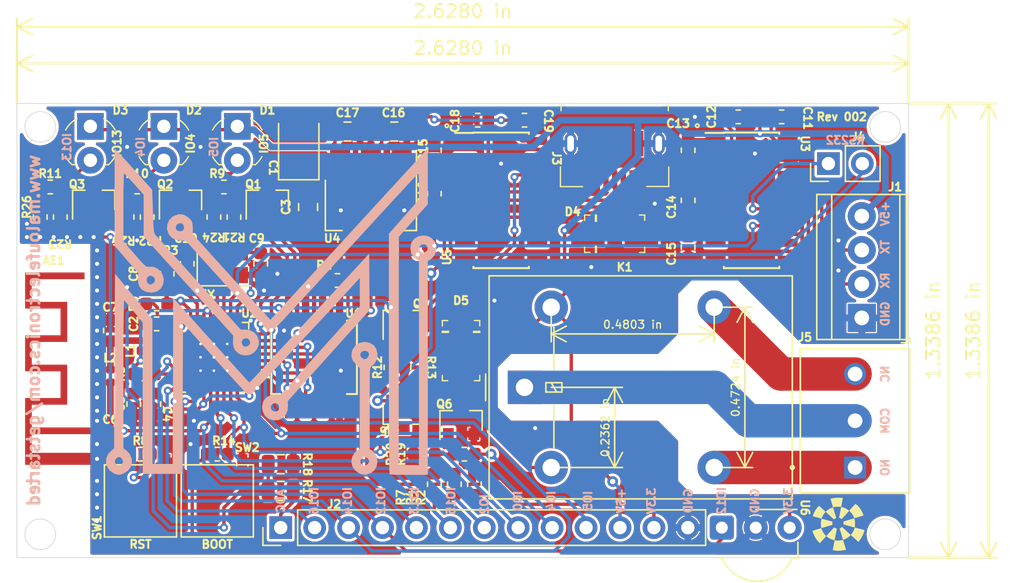
<source format=kicad_pcb>
(kicad_pcb (version 20171130) (host pcbnew "(5.1.0-0)")
  (layers (0 F.Cu signal) (31 B.Cu signal) (34 B.Paste user) (35 F.Paste user) (36 B.SilkS user) (37 F.SilkS user) (38 B.Mask user) (39 F.Mask user) (44 Edge.Cuts user))
  (net 0 "")
  (net 1 GND)
  (net 2 +3V3)
  (net 3 "Net-(C9-Pad2)")
  (net 4 "Net-(C10-Pad1)")
  (net 5 +5V)
  (net 6 "Net-(D1-Pad2)")
  (net 7 "Net-(D2-Pad2)")
  (net 8 "Net-(D3-Pad2)")
  (net 9 "Net-(L1-Pad2)")
  (net 10 "Net-(Q4-Pad1)")
  (net 11 "Net-(Q5-Pad1)")
  (net 12 "Net-(R1-Pad2)")
  (net 13 "Net-(R3-Pad1)")
  (net 14 "Net-(R8-Pad2)")
  (net 15 "Net-(R14-Pad2)")
  (net 16 "Net-(U2-Pad5)")
  (net 17 "Net-(C13-Pad2)")
  (net 18 "Net-(C13-Pad1)")
  (net 19 "Net-(C14-Pad2)")
  (net 20 "Net-(C14-Pad1)")
  (net 21 "Net-(C15-Pad2)")
  (net 22 "Net-(U3-Pad10)")
  (net 23 "Net-(U3-Pad9)")
  (net 24 "Net-(U3-Pad8)")
  (net 25 "Net-(U3-Pad7)")
  (net 26 "Net-(D4-PadA)")
  (net 27 "Net-(J3-Pad4)")
  (net 28 "Net-(R15-Pad2)")
  (net 29 "Net-(R16-Pad2)")
  (net 30 "Net-(U5-Pad15)")
  (net 31 "Net-(U5-Pad12)")
  (net 32 "Net-(U5-Pad11)")
  (net 33 "Net-(U5-Pad10)")
  (net 34 "Net-(U5-Pad9)")
  (net 35 "Net-(U5-Pad8)")
  (net 36 "Net-(U5-Pad7)")
  (net 37 "Net-(C12-Pad1)")
  (net 38 "Net-(J4-Pad1)")
  (net 39 "Net-(Q1-Pad3)")
  (net 40 "Net-(Q1-Pad1)")
  (net 41 "Net-(Q2-Pad3)")
  (net 42 "Net-(Q2-Pad1)")
  (net 43 "Net-(Q3-Pad3)")
  (net 44 "Net-(Q3-Pad1)")
  (net 45 "Net-(Q6-Pad1)")
  (net 46 "Net-(D5-PadA)")
  (net 47 /ANT)
  (net 48 /LNA)
  (net 49 /~RST)
  (net 50 /RS232/RX_RS232)
  (net 51 /RS232/TX_RS232)
  (net 52 /TOUT_EX)
  (net 53 /GPIO16)
  (net 54 /GPIO14)
  (net 55 /GPIO12)
  (net 56 /GPIO13)
  (net 57 /GPIO15)
  (net 58 /GPIO2)
  (net 59 /GPIO0)
  (net 60 /GPIO4)
  (net 61 /GPIO5)
  (net 62 /USBtoSerial/D_P)
  (net 63 /USBtoSerial/D_N)
  (net 64 /RX)
  (net 65 /Relay/NO)
  (net 66 /Relay/COM)
  (net 67 /Relay/NC)
  (net 68 /~RTS)
  (net 69 /~DTR)
  (net 70 /SD_CLK)
  (net 71 /EN)
  (net 72 /TX)
  (net 73 /TOUT)
  (net 74 /SD_D2)
  (net 75 /SD_D1)
  (net 76 /SD_D3)
  (net 77 /SD_D0)
  (net 78 /SD_CMD)
  (module RF_Antenna:Texas_SWRA117D_2.4GHz_Right (layer F.Cu) (at 93.75 95 90)
    (fp_text reference AE1 (at 12.75 -3) (layer F.SilkS) (effects (font (size 0.6 0.6))))
    (fp_text value Antenna_Shield)
    (fp_poly (pts (xy 2.45 -2.483935) (xy 4.45 -2.483935) (xy 4.45 -5.133935) (xy 7.15 -5.133935) (xy 7.15 -2.483935) (xy 9.15 -2.483935) (xy 9.15 -5.133935) (xy 11.85 -5.133935) (xy 11.85 -0.683935) (xy 11.35 -0.683935) (xy 11.35 -4.633935) (xy 9.65 -4.633935) (xy 9.65 -1.983935) (xy 6.65 -1.983935) (xy 6.65 -4.633935) (xy 4.95 -4.633935) (xy 4.95 -1.983935) (xy 1.95 -1.983935) (xy 1.95 -4.633935) (xy 0.25 -4.633935) (xy 0.25 0.516065) (xy -0.25 0.516065) (xy -0.25 -4.633935) (xy -1.65 -4.633935) (xy -1.65 0.516065) (xy -2.55 0.516065) (xy -2.55 0.27285) (xy -2.247583 0.27285) (xy -2.237742 0.32046) (xy -2.213674 0.362862) (xy -2.175731 0.395646) (xy -2.167819 0.4) (xy -2.125156 0.412108) (xy -2.076637 0.411365) (xy -2.031122 0.398465) (xy -2.012511 0.387852) (xy -1.978868 0.352618) (xy -1.958309 0.307433) (xy -1.951778 0.257907) (xy -1.960218 0.209648) (xy -1.977112 0.177422) (xy -2.012372 0.144752) (xy -2.057682 0.124657) (xy -2.107267 0.118083) (xy -2.155353 0.125973) (xy -2.188245 0.142879) (xy -2.223185 0.179649) (xy -2.242847 0.224443) (xy -2.247583 0.27285) (xy -2.55 0.27285) (xy -2.55 -5.133935) (xy 2.45 -5.133935) (xy 2.45 -2.483935)) (layer F.Cu) (width 0))
    (pad 1 connect rect (at 0 0 90) (size 0.5 0.5) (layers F.Cu) (net 47 /ANT))
    (pad 2 thru_hole rect (at -2.1 0.25 90) (size 0.9 0.5) (drill 0.3) (layers *.Cu) (net 1 GND))
  )
  (module Images:M_Electronics (layer F.Cu) (at 107 86.25)
    (fp_text reference G*** hide)
    (fp_text value LOGO hide)
  )
  (module Images:Dijarik (layer F.Cu) (at 149.5 102)
    (fp_text reference G*** hide)
    (fp_text value LOGO hide)
  )
  (module Package_DFN_QFN:QFN-32-1EP_5x5mm_P0.5mm_EP3.45x3.45mm_ThermalVias (layer F.Cu) (at 102.75 89.5)
    (fp_text reference U2 (at 2.65 -3.3) (layer F.SilkS) (effects (font (size 0.6 0.6))))
    (fp_text value ESP8266EX)
    (pad 33 thru_hole circle (at -1 -1) (size 0.5 0.5) (drill 0.2) (layers *.Cu) (net 1 GND))
    (pad 33 thru_hole circle (at 0 -1) (size 0.5 0.5) (drill 0.2) (layers *.Cu) (net 1 GND))
    (pad 33 thru_hole circle (at 1 -1) (size 0.5 0.5) (drill 0.2) (layers *.Cu) (net 1 GND))
    (pad 33 thru_hole circle (at -1 0) (size 0.5 0.5) (drill 0.2) (layers *.Cu) (net 1 GND))
    (pad 33 thru_hole circle (at 0 0) (size 0.5 0.5) (drill 0.2) (layers *.Cu) (net 1 GND))
    (pad 33 thru_hole circle (at 1 0) (size 0.5 0.5) (drill 0.2) (layers *.Cu) (net 1 GND))
    (pad 33 thru_hole circle (at -1 1) (size 0.5 0.5) (drill 0.2) (layers *.Cu) (net 1 GND))
    (pad 33 thru_hole circle (at 0 1) (size 0.5 0.5) (drill 0.2) (layers *.Cu) (net 1 GND))
    (pad 33 thru_hole circle (at 1 1) (size 0.5 0.5) (drill 0.2) (layers *.Cu) (net 1 GND))
    (pad 33 smd roundrect (at 0 0) (size 2.5 2.5) (layers B.Cu) (roundrect_rratio 0.1) (net 1 GND))
    (pad 1 smd roundrect (at -2.4375 -1.75) (size 0.875 0.25) (layers F.Cu F.Paste F.Mask) (net 2 +3V3))
    (pad 2 smd roundrect (at -2.4375 -1.25) (size 0.875 0.25) (layers F.Cu F.Paste F.Mask) (net 48 /LNA))
    (pad 3 smd roundrect (at -2.4375 -0.75) (size 0.875 0.25) (layers F.Cu F.Paste F.Mask) (net 9 "Net-(L1-Pad2)"))
    (pad 4 smd roundrect (at -2.4375 -0.25) (size 0.875 0.25) (layers F.Cu F.Paste F.Mask) (net 9 "Net-(L1-Pad2)"))
    (pad 5 smd roundrect (at -2.4375 0.25) (size 0.875 0.25) (layers F.Cu F.Paste F.Mask) (net 16 "Net-(U2-Pad5)"))
    (pad 6 smd roundrect (at -2.4375 0.75) (size 0.875 0.25) (layers F.Cu F.Paste F.Mask) (net 73 /TOUT))
    (pad 7 smd roundrect (at -2.4375 1.25) (size 0.875 0.25) (layers F.Cu F.Paste F.Mask) (net 71 /EN))
    (pad 8 smd roundrect (at -2.4375 1.75) (size 0.875 0.25) (layers F.Cu F.Paste F.Mask) (net 53 /GPIO16))
    (pad 9 smd roundrect (at -1.75 2.4375) (size 0.25 0.875) (layers F.Cu F.Paste F.Mask) (net 54 /GPIO14))
    (pad 10 smd roundrect (at -1.25 2.4375) (size 0.25 0.875) (layers F.Cu F.Paste F.Mask) (net 55 /GPIO12))
    (pad 11 smd roundrect (at -0.75 2.4375) (size 0.25 0.875) (layers F.Cu F.Paste F.Mask) (net 2 +3V3))
    (pad 12 smd roundrect (at -0.25 2.4375) (size 0.25 0.875) (layers F.Cu F.Paste F.Mask) (net 56 /GPIO13))
    (pad 13 smd roundrect (at 0.25 2.4375) (size 0.25 0.875) (layers F.Cu F.Paste F.Mask) (net 57 /GPIO15))
    (pad 14 smd roundrect (at 0.75 2.4375) (size 0.25 0.875) (layers F.Cu F.Paste F.Mask) (net 58 /GPIO2))
    (pad 15 smd roundrect (at 1.25 2.4375) (size 0.25 0.875) (layers F.Cu F.Paste F.Mask) (net 59 /GPIO0))
    (pad 16 smd roundrect (at 1.75 2.4375) (size 0.25 0.875) (layers F.Cu F.Paste F.Mask) (net 60 /GPIO4))
    (pad 17 smd roundrect (at 2.4375 1.75) (size 0.875 0.25) (layers F.Cu F.Paste F.Mask) (net 2 +3V3))
    (pad 18 smd roundrect (at 2.4375 1.25) (size 0.875 0.25) (layers F.Cu F.Paste F.Mask) (net 74 /SD_D2))
    (pad 19 smd roundrect (at 2.4375 0.75) (size 0.875 0.25) (layers F.Cu F.Paste F.Mask) (net 76 /SD_D3))
    (pad 20 smd roundrect (at 2.4375 0.25) (size 0.875 0.25) (layers F.Cu F.Paste F.Mask) (net 78 /SD_CMD))
    (pad 21 smd roundrect (at 2.4375 -0.25) (size 0.875 0.25) (layers F.Cu F.Paste F.Mask) (net 12 "Net-(R1-Pad2)"))
    (pad 22 smd roundrect (at 2.4375 -0.75) (size 0.875 0.25) (layers F.Cu F.Paste F.Mask) (net 77 /SD_D0))
    (pad 23 smd roundrect (at 2.4375 -1.25) (size 0.875 0.25) (layers F.Cu F.Paste F.Mask) (net 75 /SD_D1))
    (pad 24 smd roundrect (at 2.4375 -1.75) (size 0.875 0.25) (layers F.Cu F.Paste F.Mask) (net 61 /GPIO5))
    (pad 25 smd roundrect (at 1.75 -2.4375) (size 0.25 0.875) (layers F.Cu F.Paste F.Mask) (net 64 /RX))
    (pad 26 smd roundrect (at 1.25 -2.4375) (size 0.25 0.875) (layers F.Cu F.Paste F.Mask) (net 72 /TX))
    (pad 27 smd roundrect (at 0.75 -2.4375) (size 0.25 0.875) (layers F.Cu F.Paste F.Mask) (net 3 "Net-(C9-Pad2)"))
    (pad 28 smd roundrect (at 0.25 -2.4375) (size 0.25 0.875) (layers F.Cu F.Paste F.Mask) (net 4 "Net-(C10-Pad1)"))
    (pad 29 smd roundrect (at -0.25 -2.4375) (size 0.25 0.875) (layers F.Cu F.Paste F.Mask) (net 2 +3V3))
    (pad 30 smd roundrect (at -0.75 -2.4375) (size 0.25 0.875) (layers F.Cu F.Paste F.Mask) (net 2 +3V3))
    (pad 31 smd roundrect (at -1.25 -2.4375) (size 0.25 0.875) (layers F.Cu F.Paste F.Mask) (net 13 "Net-(R3-Pad1)"))
    (pad 32 smd roundrect (at -1.75 -2.4375) (size 0.25 0.875) (layers F.Cu F.Paste F.Mask) (net 49 /~RST))
    (pad 33 smd roundrect (at 0 0) (size 3.45 3.45) (layers F.Cu F.Paste F.Mask) (roundrect_rratio 0.07200000000000001) (net 1 GND))
  )
  (module digikey-footprints:DO-214AC (layer F.Cu) (at 121.25 89 270)
    (fp_text reference D5 (at -3.75 0) (layer F.SilkS) (effects (font (size 0.6 0.6))))
    (fp_text value GF1A)
    (pad A smd rect (at 2 0 270) (size 2.5 1.7) (layers F.Cu F.Paste F.Mask) (net 46 "Net-(D5-PadA)"))
    (pad K smd rect (at -2 0 270) (size 2.5 1.7) (layers F.Cu F.Paste F.Mask) (net 5 +5V))
  )
  (module TerminalBlock_TE-Connectivity:TE_284391-3 (layer F.Cu) (at 150.75 94.25 90)
    (fp_text reference J5 (at 6.25 -3.75 180) (layer F.SilkS) (effects (font (size 0.6 0.6))))
    (fp_text value 284391-3 hide)
    (pad 1 thru_hole rect (at -3.5 0 90) (size 1.65 1.65) (drill 1.1) (layers *.Cu *.Mask) (net 65 /Relay/NO))
    (pad 2 thru_hole circle (at 0 0 90) (size 1.65 1.65) (drill 1.1) (layers *.Cu *.Mask) (net 66 /Relay/COM))
    (pad 3 thru_hole circle (at 3.5 0 90) (size 1.65 1.65) (drill 1.1) (layers *.Cu *.Mask) (net 67 /Relay/NC))
  )
  (module Resistor_SMD:R_0603_1608Metric (layer F.Cu) (at 97.55 90.75 180)
    (fp_text reference R5 (at 1.8 0 90 unlocked) (layer F.SilkS) (effects (font (size 0.6 0.6))))
    (fp_text value 0603WAF1002T5E)
    (pad 2 smd roundrect (at 0.7875 0 180) (size 0.875 0.95) (layers F.Cu F.Paste F.Mask) (net 2 +3V3))
    (pad 1 smd roundrect (at -0.7875 0 180) (size 0.875 0.95) (layers F.Cu F.Paste F.Mask) (net 71 /EN))
  )
  (module Capacitor_SMD:C_0603_1608Metric (layer F.Cu) (at 96.75 93 90)
    (fp_text reference C5 (at 0 -1 90 unlocked) (layer F.SilkS) (effects (font (size 0.6 0.6))))
    (fp_text value CL10A105KB8NNNC)
    (pad 2 smd roundrect (at 0.7875 0 90) (size 0.875 0.95) (layers F.Cu F.Paste F.Mask) (net 2 +3V3))
    (pad 1 smd roundrect (at -0.7875 0 90) (size 0.875 0.95) (layers F.Cu F.Paste F.Mask) (net 1 GND))
  )
  (module Capacitor_SMD:C_0603_1608Metric (layer F.Cu) (at 98.25 93 270)
    (fp_text reference C4 (at 0.75 -1 270 unlocked) (layer F.SilkS) (effects (font (size 0.6 0.6))))
    (fp_text value CL10A105KB8NNNC)
    (pad 2 smd roundrect (at 0.7875 0 270) (size 0.875 0.95) (layers F.Cu F.Paste F.Mask) (net 1 GND))
    (pad 1 smd roundrect (at -0.7875 0 270) (size 0.875 0.95) (layers F.Cu F.Paste F.Mask) (net 2 +3V3))
  )
  (module Resistor_SMD:R_0603_1608Metric (layer F.Cu) (at 99.25 83.25 90)
    (fp_text reference R3 (at 1.75 0.25 unlocked) (layer F.SilkS) (effects (font (size 0.6 0.6))))
    (fp_text value 0603WAF1202T5E)
    (pad 2 smd roundrect (at 0.7875 0 90) (size 0.875 0.95) (layers F.Cu F.Paste F.Mask) (net 1 GND))
    (pad 1 smd roundrect (at -0.7875 0 90) (size 0.875 0.95) (layers F.Cu F.Paste F.Mask) (net 13 "Net-(R3-Pad1)"))
  )
  (module Resistor_SMD:R_0603_1608Metric (layer F.Cu) (at 89.75 79 90)
    (fp_text reference R26 (at 0.75 -1 90 unlocked) (layer F.SilkS) (effects (font (size 0.6 0.6))))
    (fp_text value 0603WAF1002T5E)
    (pad 1 smd roundrect (at -0.7875 0 90) (size 0.875 0.95) (layers F.Cu F.Paste F.Mask) (net 1 GND))
    (pad 2 smd roundrect (at 0.7875 0 90) (size 0.875 0.95) (layers F.Cu F.Paste F.Mask) (net 44 "Net-(Q3-Pad1)"))
  )
  (module Resistor_SMD:R_0603_1608Metric (layer F.Cu) (at 96.25 79 90)
    (fp_text reference R25 (at -1.75 -0.25 180 unlocked) (layer F.SilkS) (effects (font (size 0.6 0.6))))
    (fp_text value 0603WAF1002T5E)
    (pad 1 smd roundrect (at -0.7875 0 90) (size 0.875 0.95) (layers F.Cu F.Paste F.Mask) (net 1 GND))
    (pad 2 smd roundrect (at 0.7875 0 90) (size 0.875 0.95) (layers F.Cu F.Paste F.Mask) (net 42 "Net-(Q2-Pad1)"))
  )
  (module Resistor_SMD:R_0603_1608Metric (layer F.Cu) (at 102.75 79 90)
    (fp_text reference R24 (at -1.5 0 180 unlocked) (layer F.SilkS) (effects (font (size 0.6 0.6))))
    (fp_text value 0603WAF1002T5E)
    (pad 1 smd roundrect (at -0.7875 0 90) (size 0.875 0.95) (layers F.Cu F.Paste F.Mask) (net 1 GND))
    (pad 2 smd roundrect (at 0.7875 0 90) (size 0.875 0.95) (layers F.Cu F.Paste F.Mask) (net 40 "Net-(Q1-Pad1)"))
  )
  (module Resistor_SMD:R_0603_1608Metric (layer F.Cu) (at 118.5 96.75)
    (fp_text reference R20 (at -2.5 0 90 unlocked) (layer F.SilkS) (effects (font (size 0.6 0.6))))
    (fp_text value 0603WAF1002T5E)
    (pad 1 smd roundrect (at -0.7875 0) (size 0.875 0.95) (layers F.Cu F.Paste F.Mask) (net 1 GND))
    (pad 2 smd roundrect (at 0.7875 0) (size 0.875 0.95) (layers F.Cu F.Paste F.Mask) (net 45 "Net-(Q6-Pad1)"))
  )
  (module Resistor_SMD:R_0603_1608Metric (layer F.Cu) (at 118 90.25 270)
    (fp_text reference R13 (at 0 -1 270 unlocked) (layer F.SilkS) (effects (font (size 0.6 0.6))))
    (fp_text value 0603WAF1002T5E)
    (pad 1 smd roundrect (at -0.7875 0 270) (size 0.875 0.95) (layers F.Cu F.Paste F.Mask) (net 68 /~RTS))
    (pad 2 smd roundrect (at 0.7875 0 270) (size 0.875 0.95) (layers F.Cu F.Paste F.Mask) (net 11 "Net-(Q5-Pad1)"))
  )
  (module Resistor_SMD:R_0603_1608Metric (layer F.Cu) (at 116 90.25 90)
    (fp_text reference R12 (at 0 -1 90 unlocked) (layer F.SilkS) (effects (font (size 0.6 0.6))))
    (fp_text value 0603WAF1002T5E)
    (pad 1 smd roundrect (at -0.7875 0 90) (size 0.875 0.95) (layers F.Cu F.Paste F.Mask) (net 69 /~DTR))
    (pad 2 smd roundrect (at 0.7875 0 90) (size 0.875 0.95) (layers F.Cu F.Paste F.Mask) (net 10 "Net-(Q4-Pad1)"))
  )
  (module Resistor_SMD:R_0603_1608Metric (layer F.Cu) (at 119.25 99 90)
    (fp_text reference R7 (at -1 -2.5 90 unlocked) (layer F.SilkS) (effects (font (size 0.6 0.6))))
    (fp_text value 0603WAF1002T5E)
    (pad 2 smd roundrect (at 0.7875 0 90) (size 0.875 0.95) (layers F.Cu F.Paste F.Mask) (net 1 GND))
    (pad 1 smd roundrect (at -0.7875 0 90) (size 0.875 0.95) (layers F.Cu F.Paste F.Mask) (net 57 /GPIO15))
  )
  (module Resistor_SMD:R_0603_1608Metric (layer F.Cu) (at 98.4625 85.5 180)
    (fp_text reference R6 (at 1.7125 0 90 unlocked) (layer F.SilkS) (effects (font (size 0.6 0.6))))
    (fp_text value 0603WAF1002T5E)
    (pad 2 smd roundrect (at 0.7875 0 180) (size 0.875 0.95) (layers F.Cu F.Paste F.Mask) (net 2 +3V3))
    (pad 1 smd roundrect (at -0.7875 0 180) (size 0.875 0.95) (layers F.Cu F.Paste F.Mask) (net 49 /~RST))
  )
  (module Resistor_SMD:R_0603_1608Metric (layer F.Cu) (at 120.75 99 90)
    (fp_text reference R4 (at -1 -3.25 90 unlocked) (layer F.SilkS) (effects (font (size 0.6 0.6))))
    (fp_text value 0603WAF1002T5E)
    (pad 2 smd roundrect (at 0.7875 0 90) (size 0.875 0.95) (layers F.Cu F.Paste F.Mask) (net 2 +3V3))
    (pad 1 smd roundrect (at -0.7875 0 90) (size 0.875 0.95) (layers F.Cu F.Paste F.Mask) (net 58 /GPIO2))
  )
  (module Resistor_SMD:R_0603_1608Metric (layer F.Cu) (at 122.25 99 90)
    (fp_text reference R2 (at -1 -4 90 unlocked) (layer F.SilkS) (effects (font (size 0.6 0.6))))
    (fp_text value 0603WAF1002T5E)
    (pad 2 smd roundrect (at 0.7875 0 90) (size 0.875 0.95) (layers F.Cu F.Paste F.Mask) (net 2 +3V3))
    (pad 1 smd roundrect (at -0.7875 0 90) (size 0.875 0.95) (layers F.Cu F.Paste F.Mask) (net 59 /GPIO0))
  )
  (module Resistor_SMD:R_0603_1608Metric (layer F.Cu) (at 91.25 79 270)
    (fp_text reference R23 (at 2 0 180 unlocked) (layer F.SilkS) (effects (font (size 0.6 0.6))))
    (fp_text value 0603WAF4700T5E)
    (pad 1 smd roundrect (at -0.7875 0 270) (size 0.875 0.95) (layers F.Cu F.Paste F.Mask) (net 44 "Net-(Q3-Pad1)"))
    (pad 2 smd roundrect (at 0.7875 0 270) (size 0.875 0.95) (layers F.Cu F.Paste F.Mask) (net 56 /GPIO13))
  )
  (module Resistor_SMD:R_0603_1608Metric (layer F.Cu) (at 97.75 79 270)
    (fp_text reference R22 (at 1.75 -0.25 180 unlocked) (layer F.SilkS) (effects (font (size 0.6 0.6))))
    (fp_text value 0603WAF4700T5E)
    (pad 1 smd roundrect (at -0.7875 0 270) (size 0.875 0.95) (layers F.Cu F.Paste F.Mask) (net 42 "Net-(Q2-Pad1)"))
    (pad 2 smd roundrect (at 0.7875 0 270) (size 0.875 0.95) (layers F.Cu F.Paste F.Mask) (net 60 /GPIO4))
  )
  (module Resistor_SMD:R_0603_1608Metric (layer F.Cu) (at 104.25 79 270)
    (fp_text reference R21 (at 1.5 0 180 unlocked) (layer F.SilkS) (effects (font (size 0.6 0.6))))
    (fp_text value 0603WAF4700T5E)
    (pad 1 smd roundrect (at -0.7875 0 270) (size 0.875 0.95) (layers F.Cu F.Paste F.Mask) (net 40 "Net-(Q1-Pad1)"))
    (pad 2 smd roundrect (at 0.7875 0 270) (size 0.875 0.95) (layers F.Cu F.Paste F.Mask) (net 61 /GPIO5))
  )
  (module Resistor_SMD:R_0603_1608Metric (layer F.Cu) (at 121.5 96.75 180)
    (fp_text reference R19 (at 4.75 0 90 unlocked) (layer F.SilkS) (effects (font (size 0.6 0.6))))
    (fp_text value 0603WAF4700T5E)
    (pad 2 smd roundrect (at 0.7875 0 180) (size 0.875 0.95) (layers F.Cu F.Paste F.Mask) (net 45 "Net-(Q6-Pad1)"))
    (pad 1 smd roundrect (at -0.7875 0 180) (size 0.875 0.95) (layers F.Cu F.Paste F.Mask) (net 54 /GPIO14))
  )
  (module Resistor_SMD:R_0603_1608Metric (layer F.Cu) (at 90.5 76.75)
    (fp_text reference R11 (at 0 -1 unlocked) (layer F.SilkS) (effects (font (size 0.6 0.6))))
    (fp_text value 0603WAF620JT5E)
    (pad 1 smd roundrect (at -0.7875 0) (size 0.875 0.95) (layers F.Cu F.Paste F.Mask) (net 8 "Net-(D3-Pad2)"))
    (pad 2 smd roundrect (at 0.7875 0) (size 0.875 0.95) (layers F.Cu F.Paste F.Mask) (net 43 "Net-(Q3-Pad3)"))
  )
  (module Resistor_SMD:R_0603_1608Metric (layer F.Cu) (at 97 76.75)
    (fp_text reference R10 (at 0 -1 unlocked) (layer F.SilkS) (effects (font (size 0.6 0.6))))
    (fp_text value 0603WAF620JT5E)
    (pad 1 smd roundrect (at -0.7875 0) (size 0.875 0.95) (layers F.Cu F.Paste F.Mask) (net 7 "Net-(D2-Pad2)"))
    (pad 2 smd roundrect (at 0.7875 0) (size 0.875 0.95) (layers F.Cu F.Paste F.Mask) (net 41 "Net-(Q2-Pad3)"))
  )
  (module Resistor_SMD:R_0603_1608Metric (layer F.Cu) (at 103.5 76.75)
    (fp_text reference R9 (at -0.5 -1 unlocked) (layer F.SilkS) (effects (font (size 0.6 0.6))))
    (fp_text value 0603WAF620JT5E)
    (pad 1 smd roundrect (at -0.7875 0) (size 0.875 0.95) (layers F.Cu F.Paste F.Mask) (net 6 "Net-(D1-Pad2)"))
    (pad 2 smd roundrect (at 0.7875 0) (size 0.875 0.95) (layers F.Cu F.Paste F.Mask) (net 39 "Net-(Q1-Pad3)"))
  )
  (module Resistor_SMD:R_0805_2012Metric (layer F.Cu) (at 107.75 97.5 180)
    (fp_text reference R18 (at -2 0 270 unlocked) (layer F.SilkS) (effects (font (size 0.6 0.6))))
    (fp_text value 0805W8F8202T5E)
    (pad 2 smd roundrect (at 0.9375 0 180) (size 0.975 1.4) (layers F.Cu F.Paste F.Mask) (net 73 /TOUT))
    (pad 1 smd roundrect (at -0.9375 0 180) (size 0.975 1.4) (layers F.Cu F.Paste F.Mask) (net 1 GND))
  )
  (module Resistor_SMD:R_0805_2012Metric (layer F.Cu) (at 107.75 99.5)
    (fp_text reference R17 (at 2 0 270 unlocked) (layer F.SilkS) (effects (font (size 0.6 0.6))))
    (fp_text value 0805W8F2203T5E)
    (pad 2 smd roundrect (at 0.9375 0) (size 0.975 1.4) (layers F.Cu F.Paste F.Mask) (net 52 /TOUT_EX))
    (pad 1 smd roundrect (at -0.9375 0) (size 0.975 1.4) (layers F.Cu F.Paste F.Mask) (net 73 /TOUT))
  )
  (module Package_TO_SOT_SMD:SOT-23 (layer F.Cu) (at 117 93.75 270)
    (fp_text reference Q5 (at 1.25 1.25 180 unlocked) (layer F.SilkS) (effects (font (size 0.6 0.6))))
    (fp_text value S8050_SMD)
    (pad 1 smd rect (at -1 -0.95 270) (size 0.9 0.8) (layers F.Cu F.Paste F.Mask) (net 11 "Net-(Q5-Pad1)"))
    (pad 2 smd rect (at -1 0.95 270) (size 0.9 0.8) (layers F.Cu F.Paste F.Mask) (net 69 /~DTR))
    (pad 3 smd rect (at 1 0 270) (size 0.9 0.8) (layers F.Cu F.Paste F.Mask) (net 59 /GPIO0))
  )
  (module OptoDevice:Vishay_MOLD-3Pin (layer F.Cu) (at 140.77 102.25)
    (fp_text reference U6 (at 6.23 -1.5 270 unlocked) (layer F.SilkS) (effects (font (size 0.6 0.6))))
    (fp_text value VS1838B)
    (pad 3 thru_hole circle (at 5.08 0) (size 1.8 1.8) (drill 0.9) (layers *.Cu *.Mask) (net 2 +3V3))
    (pad 2 thru_hole circle (at 2.54 0) (size 1.8 1.8) (drill 0.9) (layers *.Cu *.Mask) (net 1 GND))
    (pad 1 thru_hole roundrect (at 0 0) (size 1.8 1.8) (drill 0.9) (layers *.Cu *.Mask) (roundrect_rratio 0.138) (net 55 /GPIO12))
  )
  (module Connector_PinHeader_2.54mm:PinHeader_1x13_P2.54mm_Vertical (layer F.Cu) (at 107.75 102.25 90)
    (fp_text reference J2 (at 1.75 4 unlocked) (layer F.SilkS) (effects (font (size 0.6 0.6))))
    (fp_text value 68000-113HLF)
    (pad 1 thru_hole rect (at 0 0 90) (size 1.7 1.7) (drill 1) (layers *.Cu *.Mask) (net 52 /TOUT_EX))
    (pad 2 thru_hole oval (at 0 2.54 90) (size 1.7 1.7) (drill 1) (layers *.Cu *.Mask) (net 53 /GPIO16))
    (pad 3 thru_hole oval (at 0 5.08 90) (size 1.7 1.7) (drill 1) (layers *.Cu *.Mask) (net 54 /GPIO14))
    (pad 4 thru_hole oval (at 0 7.62 90) (size 1.7 1.7) (drill 1) (layers *.Cu *.Mask) (net 55 /GPIO12))
    (pad 5 thru_hole oval (at 0 10.16 90) (size 1.7 1.7) (drill 1) (layers *.Cu *.Mask) (net 56 /GPIO13))
    (pad 6 thru_hole oval (at 0 12.7 90) (size 1.7 1.7) (drill 1) (layers *.Cu *.Mask) (net 57 /GPIO15))
    (pad 7 thru_hole oval (at 0 15.24 90) (size 1.7 1.7) (drill 1) (layers *.Cu *.Mask) (net 58 /GPIO2))
    (pad 8 thru_hole oval (at 0 17.78 90) (size 1.7 1.7) (drill 1) (layers *.Cu *.Mask) (net 59 /GPIO0))
    (pad 9 thru_hole oval (at 0 20.32 90) (size 1.7 1.7) (drill 1) (layers *.Cu *.Mask) (net 60 /GPIO4))
    (pad 10 thru_hole oval (at 0 22.86 90) (size 1.7 1.7) (drill 1) (layers *.Cu *.Mask) (net 61 /GPIO5))
    (pad 11 thru_hole oval (at 0 25.4 90) (size 1.7 1.7) (drill 1) (layers *.Cu *.Mask) (net 5 +5V))
    (pad 12 thru_hole oval (at 0 27.94 90) (size 1.7 1.7) (drill 1) (layers *.Cu *.Mask) (net 2 +3V3))
    (pad 13 thru_hole oval (at 0 30.48 90) (size 1.7 1.7) (drill 1) (layers *.Cu *.Mask) (net 1 GND))
  )
  (module digikey-footprints:USB_Micro_B_Female_10118193-0001LF (layer F.Cu) (at 132.75 73.5 180)
    (fp_text reference J3 (at 4.35 -1.1 270 unlocked) (layer F.SilkS) (effects (font (size 0.6 0.6))))
    (fp_text value 10118193-0001LF)
    (pad 3 smd rect (at 0 -2.675 180) (size 0.4 1.35) (layers F.Cu F.Paste F.Mask) (net 62 /USBtoSerial/D_P))
    (pad 4 smd rect (at 0.65 -2.675 180) (size 0.4 1.35) (layers F.Cu F.Paste F.Mask) (net 27 "Net-(J3-Pad4)"))
    (pad 5 smd rect (at 1.3 -2.675 180) (size 0.4 1.35) (layers F.Cu F.Paste F.Mask) (net 1 GND))
    (pad 2 smd rect (at -0.65 -2.675 180) (size 0.4 1.35) (layers F.Cu F.Paste F.Mask) (net 63 /USBtoSerial/D_N))
    (pad 1 smd rect (at -1.3 -2.675 180) (size 0.4 1.35) (layers F.Cu F.Paste F.Mask) (net 26 "Net-(D4-PadA)"))
    (pad SH thru_hole oval (at 3.3 0 180) (size 0.9 1.6) (drill oval 0.5 1.2) (layers *.Cu *.Mask) (net 1 GND))
    (pad SH thru_hole oval (at -3.3 0 180) (size 0.9 1.6) (drill oval 0.5 1.2) (layers *.Cu *.Mask) (net 1 GND))
    (pad SH smd rect (at -3.2 -2.45 180) (size 1.6 1.4) (layers F.Cu F.Paste F.Mask) (net 1 GND))
    (pad SH smd rect (at 3.2 -2.45 180) (size 1.6 1.4) (layers F.Cu F.Paste F.Mask) (net 1 GND))
    (pad SH smd rect (at -1.2 0 180) (size 1.9 1.9) (layers F.Cu F.Paste F.Mask) (net 1 GND))
    (pad SH smd rect (at 1.2 0 180) (size 1.9 1.9) (layers F.Cu F.Paste F.Mask) (net 1 GND))
  )
  (module Package_TO_SOT_SMD:SOT-23 (layer F.Cu) (at 121.25 94.25 90)
    (fp_text reference Q6 (at 1.25 -1.25 unlocked) (layer F.SilkS) (effects (font (size 0.6 0.6))))
    (fp_text value AO3400A)
    (pad 3 smd rect (at 1 0 90) (size 0.9 0.8) (layers F.Cu F.Paste F.Mask) (net 46 "Net-(D5-PadA)"))
    (pad 2 smd rect (at -1 0.95 90) (size 0.9 0.8) (layers F.Cu F.Paste F.Mask) (net 1 GND))
    (pad 1 smd rect (at -1 -0.95 90) (size 0.9 0.8) (layers F.Cu F.Paste F.Mask) (net 45 "Net-(Q6-Pad1)"))
  )
  (module Package_TO_SOT_SMD:SOT-23 (layer F.Cu) (at 117 86.75 90)
    (fp_text reference Q4 (at 1.25 1.25 unlocked) (layer F.SilkS) (effects (font (size 0.6 0.6))))
    (fp_text value S8050_SMD)
    (pad 1 smd rect (at -1 -0.95 90) (size 0.9 0.8) (layers F.Cu F.Paste F.Mask) (net 10 "Net-(Q4-Pad1)"))
    (pad 2 smd rect (at -1 0.95 90) (size 0.9 0.8) (layers F.Cu F.Paste F.Mask) (net 68 /~RTS))
    (pad 3 smd rect (at 1 0 90) (size 0.9 0.8) (layers F.Cu F.Paste F.Mask) (net 49 /~RST))
  )
  (module Package_TO_SOT_SMD:SOT-23 (layer F.Cu) (at 93.75 77.75 90)
    (fp_text reference Q3 (at 1.2 -1.25 unlocked) (layer F.SilkS) (effects (font (size 0.6 0.6))))
    (fp_text value AO3400A)
    (pad 1 smd rect (at -1 -0.95 90) (size 0.9 0.8) (layers F.Cu F.Paste F.Mask) (net 44 "Net-(Q3-Pad1)"))
    (pad 2 smd rect (at -1 0.95 90) (size 0.9 0.8) (layers F.Cu F.Paste F.Mask) (net 1 GND))
    (pad 3 smd rect (at 1 0 90) (size 0.9 0.8) (layers F.Cu F.Paste F.Mask) (net 43 "Net-(Q3-Pad3)"))
  )
  (module Package_TO_SOT_SMD:SOT-23 (layer F.Cu) (at 100.25 77.75 90)
    (fp_text reference Q2 (at 1.2 -1.15 unlocked) (layer F.SilkS) (effects (font (size 0.6 0.6))))
    (fp_text value AO3400A)
    (pad 1 smd rect (at -1 -0.95 90) (size 0.9 0.8) (layers F.Cu F.Paste F.Mask) (net 42 "Net-(Q2-Pad1)"))
    (pad 2 smd rect (at -1 0.95 90) (size 0.9 0.8) (layers F.Cu F.Paste F.Mask) (net 1 GND))
    (pad 3 smd rect (at 1 0 90) (size 0.9 0.8) (layers F.Cu F.Paste F.Mask) (net 41 "Net-(Q2-Pad3)"))
  )
  (module Package_TO_SOT_SMD:SOT-23 (layer F.Cu) (at 106.75 77.75 90)
    (fp_text reference Q1 (at 1.2 -1.05 unlocked) (layer F.SilkS) (effects (font (size 0.6 0.6))))
    (fp_text value AO3400A)
    (pad 1 smd rect (at -1 -0.95 90) (size 0.9 0.8) (layers F.Cu F.Paste F.Mask) (net 40 "Net-(Q1-Pad1)"))
    (pad 2 smd rect (at -1 0.95 90) (size 0.9 0.8) (layers F.Cu F.Paste F.Mask) (net 1 GND))
    (pad 3 smd rect (at 1 0 90) (size 0.9 0.8) (layers F.Cu F.Paste F.Mask) (net 39 "Net-(Q1-Pad3)"))
  )
  (module Crystal:Crystal_SMD_3225-4Pin_3.2x2.5mm (layer F.Cu) (at 103.5 82.5)
    (fp_text reference X1 (at -1.25 2.25 180 unlocked) (layer F.SilkS) (effects (font (size 0.6 0.6))))
    (fp_text value X1E000021081900)
    (pad 4 smd rect (at -1.1 -0.85) (size 1.4 1.2) (layers F.Cu F.Paste F.Mask) (net 1 GND))
    (pad 3 smd rect (at 1.1 -0.85) (size 1.4 1.2) (layers F.Cu F.Paste F.Mask) (net 3 "Net-(C9-Pad2)"))
    (pad 2 smd rect (at 1.1 0.85) (size 1.4 1.2) (layers F.Cu F.Paste F.Mask) (net 1 GND))
    (pad 1 smd rect (at -1.1 0.85) (size 1.4 1.2) (layers F.Cu F.Paste F.Mask) (net 4 "Net-(C10-Pad1)"))
  )
  (module Connector_PinHeader_2.54mm:PinHeader_1x02_P2.54mm_Vertical (layer F.Cu) (at 148.75 75 90)
    (fp_text reference J4 (at 2 2.25 unlocked) (layer F.SilkS) (effects (font (size 0.6 0.6))))
    (fp_text value 68000-102HLF)
    (pad 1 thru_hole rect (at 0 0 90) (size 1.7 1.7) (drill 1) (layers *.Cu *.Mask) (net 38 "Net-(J4-Pad1)"))
    (pad 2 thru_hole oval (at 0 2.54 90) (size 1.7 1.7) (drill 1) (layers *.Cu *.Mask) (net 64 /RX))
  )
  (module Capacitor_SMD:C_0603_1608Metric (layer F.Cu) (at 138.25 81.25 90)
    (fp_text reference C15 (at -0.5 -1.25 90 unlocked) (layer F.SilkS) (effects (font (size 0.6 0.6))))
    (fp_text value CL10A105KB8NNNC)
    (pad 1 smd roundrect (at -0.7875 0 90) (size 0.875 0.95) (layers F.Cu F.Paste F.Mask) (net 1 GND))
    (pad 2 smd roundrect (at 0.7875 0 90) (size 0.875 0.95) (layers F.Cu F.Paste F.Mask) (net 21 "Net-(C15-Pad2)"))
  )
  (module Capacitor_SMD:C_0603_1608Metric (layer F.Cu) (at 138.25 77.75 270)
    (fp_text reference C14 (at 0.5 1.25 90 unlocked) (layer F.SilkS) (effects (font (size 0.6 0.6))))
    (fp_text value CL10A105KB8NNNC)
    (pad 1 smd roundrect (at -0.7875 0 270) (size 0.875 0.95) (layers F.Cu F.Paste F.Mask) (net 20 "Net-(C14-Pad1)"))
    (pad 2 smd roundrect (at 0.7875 0 270) (size 0.875 0.95) (layers F.Cu F.Paste F.Mask) (net 19 "Net-(C14-Pad2)"))
  )
  (module Capacitor_SMD:C_0603_1608Metric (layer F.Cu) (at 138.25 74 270)
    (fp_text reference C13 (at -2 0.75 unlocked) (layer F.SilkS) (effects (font (size 0.6 0.6))))
    (fp_text value CL10A105KB8NNNC)
    (pad 1 smd roundrect (at -0.7875 0 270) (size 0.875 0.95) (layers F.Cu F.Paste F.Mask) (net 18 "Net-(C13-Pad1)"))
    (pad 2 smd roundrect (at 0.7875 0 270) (size 0.875 0.95) (layers F.Cu F.Paste F.Mask) (net 17 "Net-(C13-Pad2)"))
  )
  (module Capacitor_SMD:C_0603_1608Metric (layer F.Cu) (at 142 71.5)
    (fp_text reference C12 (at -2 0 90 unlocked) (layer F.SilkS) (effects (font (size 0.6 0.6))))
    (fp_text value CL10A105KB8NNNC)
    (pad 1 smd roundrect (at -0.7875 0) (size 0.875 0.95) (layers F.Cu F.Paste F.Mask) (net 37 "Net-(C12-Pad1)"))
    (pad 2 smd roundrect (at 0.7875 0) (size 0.875 0.95) (layers F.Cu F.Paste F.Mask) (net 5 +5V))
  )
  (module digikey-footprints:Stitching_View (layer F.Cu) (at 109.8 84.2 90)
    (fp_text reference REF** hide)
    (fp_text value Stitching_Via)
    (pad 1 thru_hole circle (at 0 0 90) (size 0.3 0.3) (drill 0.3) (layers *.Cu) (net 1 GND))
  )
  (module digikey-footprints:Stitching_View (layer F.Cu) (at 101 96 90)
    (fp_text reference REF** hide)
    (fp_text value Stitching_Via)
    (pad 1 thru_hole circle (at 0 0 90) (size 0.3 0.3) (drill 0.3) (layers *.Cu) (net 1 GND))
  )
  (module digikey-footprints:Stitching_View (layer F.Cu) (at 138.75 71.5 90)
    (fp_text reference REF** hide)
    (fp_text value Stitching_Via)
    (pad 1 thru_hole circle (at 0 0 90) (size 0.3 0.3) (drill 0.3) (layers *.Cu) (net 1 GND))
  )
  (module digikey-footprints:Stitching_View (layer F.Cu) (at 143.25 74.25 90)
    (fp_text reference REF** hide)
    (fp_text value Stitching_Via)
    (pad 1 thru_hole circle (at 0 0 90) (size 0.3 0.3) (drill 0.3) (layers *.Cu) (net 1 GND))
  )
  (module digikey-footprints:Stitching_View (layer F.Cu) (at 149.5 83 90)
    (fp_text reference REF** hide)
    (fp_text value Stitching_Via)
    (pad 1 thru_hole circle (at 0 0 90) (size 0.3 0.3) (drill 0.3) (layers *.Cu) (net 1 GND))
  )
  (module digikey-footprints:Stitching_View (layer F.Cu) (at 149.5 80.75 90)
    (fp_text reference REF** hide)
    (fp_text value Stitching_Via)
    (pad 1 thru_hole circle (at 0 0 90) (size 0.3 0.3) (drill 0.3) (layers *.Cu) (net 1 GND))
  )
  (module digikey-footprints:Stitching_View (layer F.Cu) (at 106.5 84.5 90)
    (fp_text reference REF** hide)
    (fp_text value Stitching_Via)
    (pad 1 thru_hole circle (at 0 0 90) (size 0.3 0.3) (drill 0.3) (layers *.Cu) (net 1 GND))
  )
  (module digikey-footprints:Stitching_View (layer F.Cu) (at 131 82.75 90)
    (fp_text reference REF** hide)
    (fp_text value Stitching_Via)
    (pad 1 thru_hole circle (at 0 0 90) (size 0.3 0.3) (drill 0.3) (layers *.Cu) (net 1 GND))
  )
  (module digikey-footprints:Stitching_View (layer F.Cu) (at 96.25 84.25 90)
    (fp_text reference REF** hide)
    (fp_text value Stitching_Via)
    (pad 1 thru_hole circle (at 0 0 90) (size 0.3 0.3) (drill 0.3) (layers *.Cu) (net 1 GND))
  )
  (module digikey-footprints:Stitching_View (layer F.Cu) (at 107.5 83.25 90)
    (fp_text reference REF** hide)
    (fp_text value Stitching_Via)
    (pad 1 thru_hole circle (at 0 0 90) (size 0.3 0.3) (drill 0.3) (layers *.Cu) (net 1 GND))
  )
  (module digikey-footprints:Stitching_View (layer F.Cu) (at 135.75 78 90)
    (fp_text reference REF** hide)
    (fp_text value Stitching_Via)
    (pad 1 thru_hole circle (at 0 0 90) (size 0.3 0.3) (drill 0.3) (layers *.Cu) (net 1 GND))
  )
  (module digikey-footprints:Stitching_View (layer F.Cu) (at 106 91.8 90)
    (fp_text reference REF** hide)
    (fp_text value Stitching_Via)
    (pad 1 thru_hole circle (at 0 0 90) (size 0.3 0.3) (drill 0.3) (layers *.Cu) (net 1 GND))
  )
  (module digikey-footprints:Stitching_View (layer F.Cu) (at 105.5 86.75 90)
    (fp_text reference REF** hide)
    (fp_text value Stitching_Via)
    (pad 1 thru_hole circle (at 0 0 90) (size 0.3 0.3) (drill 0.3) (layers *.Cu) (net 1 GND))
  )
  (module digikey-footprints:Stitching_View (layer F.Cu) (at 126.8 94.8 90)
    (fp_text reference REF** hide)
    (fp_text value Stitching_Via)
    (pad 1 thru_hole circle (at 0 0 90) (size 0.3 0.3) (drill 0.3) (layers *.Cu) (net 1 GND))
  )
  (module digikey-footprints:Stitching_View (layer F.Cu) (at 123.75 85.25 90)
    (fp_text reference REF** hide)
    (fp_text value Stitching_Via)
    (pad 1 thru_hole circle (at 0 0 90) (size 0.3 0.3) (drill 0.3) (layers *.Cu) (net 1 GND))
  )
  (module digikey-footprints:Stitching_View (layer F.Cu) (at 124.25 75 90)
    (fp_text reference REF** hide)
    (fp_text value Stitching_Via)
    (pad 1 thru_hole circle (at 0 0 90) (size 0.3 0.3) (drill 0.3) (layers *.Cu) (net 1 GND))
  )
  (module digikey-footprints:Stitching_View (layer F.Cu) (at 117 78.5 90)
    (fp_text reference REF** hide)
    (fp_text value Stitching_Via)
    (pad 1 thru_hole circle (at 0 0 90) (size 0.3 0.3) (drill 0.3) (layers *.Cu) (net 1 GND))
  )
  (module digikey-footprints:Stitching_View (layer F.Cu) (at 112.25 78.5 90)
    (fp_text reference REF** hide)
    (fp_text value Stitching_Via)
    (pad 1 thru_hole circle (at 0 0 90) (size 0.3 0.3) (drill 0.3) (layers *.Cu) (net 1 GND))
  )
  (module digikey-footprints:Stitching_View (layer F.Cu) (at 101.75 73.75 90)
    (fp_text reference REF** hide)
    (fp_text value Stitching_Via)
    (pad 1 thru_hole circle (at 0 0 90) (size 0.3 0.3) (drill 0.3) (layers *.Cu) (net 1 GND))
  )
  (module digikey-footprints:Stitching_View (layer F.Cu) (at 96.25 73.75 90)
    (fp_text reference REF** hide)
    (fp_text value Stitching_Via)
    (pad 1 thru_hole circle (at 0 0 90) (size 0.3 0.3) (drill 0.3) (layers *.Cu) (net 1 GND))
  )
  (module digikey-footprints:Stitching_View (layer F.Cu) (at 101.5 84.5 90)
    (fp_text reference REF** hide)
    (fp_text value Stitching_Via)
    (pad 1 thru_hole circle (at 0 0 90) (size 0.3 0.3) (drill 0.3) (layers *.Cu) (net 1 GND))
  )
  (module digikey-footprints:Stitching_View (layer F.Cu) (at 88.75 79.5 90)
    (fp_text reference REF** hide)
    (fp_text value Stitching_Via)
    (pad 1 thru_hole circle (at 0 0 90) (size 0.3 0.3) (drill 0.3) (layers *.Cu) (net 1 GND))
  )
  (module digikey-footprints:Stitching_View (layer F.Cu) (at 97 80.75 90)
    (fp_text reference REF** hide)
    (fp_text value Stitching_Via)
    (pad 1 thru_hole circle (at 0 0 90) (size 0.3 0.3) (drill 0.3) (layers *.Cu) (net 1 GND))
  )
  (module digikey-footprints:Stitching_View (layer F.Cu) (at 112.25 90.5 90)
    (fp_text reference REF** hide)
    (fp_text value Stitching_Via)
    (pad 1 thru_hole circle (at 0 0 90) (size 0.3 0.3) (drill 0.3) (layers *.Cu) (net 1 GND))
  )
  (module digikey-footprints:Stitching_View (layer F.Cu) (at 108 87.5 90)
    (fp_text reference REF** hide)
    (fp_text value Stitching_Via)
    (pad 1 thru_hole circle (at 0 0 90) (size 0.3 0.3) (drill 0.3) (layers *.Cu) (net 1 GND))
  )
  (module digikey-footprints:Stitching_View (layer F.Cu) (at 101.25 94.25 90)
    (fp_text reference REF** hide)
    (fp_text value Stitching_Via)
    (pad 1 thru_hole circle (at 0 0 90) (size 0.3 0.3) (drill 0.3) (layers *.Cu) (net 1 GND))
  )
  (module digikey-footprints:Stitching_View (layer F.Cu) (at 94 101.75 90)
    (fp_text reference REF** hide)
    (fp_text value Stitching_Via)
    (pad 1 thru_hole circle (at 0 0 90) (size 0.3 0.3) (drill 0.3) (layers *.Cu) (net 1 GND))
  )
  (module digikey-footprints:Stitching_View (layer F.Cu) (at 94 100.75 90)
    (fp_text reference REF** hide)
    (fp_text value Stitching_Via)
    (pad 1 thru_hole circle (at 0 0 90) (size 0.3 0.3) (drill 0.3) (layers *.Cu) (net 1 GND))
  )
  (module digikey-footprints:Stitching_View (layer F.Cu) (at 94 88.5 270)
    (fp_text reference REF** hide)
    (fp_text value Stitching_Via)
    (pad 1 thru_hole circle (at 0 0 270) (size 0.3 0.3) (drill 0.3) (layers *.Cu) (net 1 GND))
  )
  (module digikey-footprints:Stitching_View (layer F.Cu) (at 94 91.5 270)
    (fp_text reference REF** hide)
    (fp_text value Stitching_Via)
    (pad 1 thru_hole circle (at 0 0 270) (size 0.3 0.3) (drill 0.3) (layers *.Cu) (net 1 GND))
  )
  (module digikey-footprints:Stitching_View (layer F.Cu) (at 94 92.5 270)
    (fp_text reference REF** hide)
    (fp_text value Stitching_Via)
    (pad 1 thru_hole circle (at 0 0 270) (size 0.3 0.3) (drill 0.3) (layers *.Cu) (net 1 GND))
  )
  (module digikey-footprints:Stitching_View (layer F.Cu) (at 94 90.5 270)
    (fp_text reference REF** hide)
    (fp_text value Stitching_Via)
    (pad 1 thru_hole circle (at 0 0 270) (size 0.3 0.3) (drill 0.3) (layers *.Cu) (net 1 GND))
  )
  (module digikey-footprints:Stitching_View (layer F.Cu) (at 94 87.5 270)
    (fp_text reference REF** hide)
    (fp_text value Stitching_Via)
    (pad 1 thru_hole circle (at 0 0 270) (size 0.3 0.3) (drill 0.3) (layers *.Cu) (net 1 GND))
  )
  (module digikey-footprints:Stitching_View (layer F.Cu) (at 94 89.5 270)
    (fp_text reference REF** hide)
    (fp_text value Stitching_Via)
    (pad 1 thru_hole circle (at 0 0 270) (size 0.3 0.3) (drill 0.3) (layers *.Cu) (net 1 GND))
  )
  (module digikey-footprints:Stitching_View (layer F.Cu) (at 94 85.5 90)
    (fp_text reference REF** hide)
    (fp_text value Stitching_Via)
    (pad 1 thru_hole circle (at 0 0 90) (size 0.3 0.3) (drill 0.3) (layers *.Cu) (net 1 GND))
  )
  (module digikey-footprints:Stitching_View (layer F.Cu) (at 94 82.5 90)
    (fp_text reference REF** hide)
    (fp_text value Stitching_Via)
    (pad 1 thru_hole circle (at 0 0 90) (size 0.3 0.3) (drill 0.3) (layers *.Cu) (net 1 GND))
  )
  (module digikey-footprints:Stitching_View (layer F.Cu) (at 94 81.5 90)
    (fp_text reference REF** hide)
    (fp_text value Stitching_Via)
    (pad 1 thru_hole circle (at 0 0 90) (size 0.3 0.3) (drill 0.3) (layers *.Cu) (net 1 GND))
  )
  (module digikey-footprints:Stitching_View (layer F.Cu) (at 94 83.5 90)
    (fp_text reference REF** hide)
    (fp_text value Stitching_Via)
    (pad 1 thru_hole circle (at 0 0 90) (size 0.3 0.3) (drill 0.3) (layers *.Cu) (net 1 GND))
  )
  (module digikey-footprints:Stitching_View (layer F.Cu) (at 94 86.5 90)
    (fp_text reference REF** hide)
    (fp_text value Stitching_Via)
    (pad 1 thru_hole circle (at 0 0 90) (size 0.3 0.3) (drill 0.3) (layers *.Cu) (net 1 GND))
  )
  (module digikey-footprints:Stitching_View (layer F.Cu) (at 94 84.5 90)
    (fp_text reference REF** hide)
    (fp_text value Stitching_Via)
    (pad 1 thru_hole circle (at 0 0 90) (size 0.3 0.3) (drill 0.3) (layers *.Cu) (net 1 GND))
  )
  (module digikey-footprints:Stitching_View (layer F.Cu) (at 94 98.75 90)
    (fp_text reference REF** hide)
    (fp_text value Stitching_Via)
    (pad 1 thru_hole circle (at 0 0 90) (size 0.3 0.3) (drill 0.3) (layers *.Cu) (net 1 GND))
  )
  (module digikey-footprints:Stitching_View (layer F.Cu) (at 94 94.25 90)
    (fp_text reference REF** hide)
    (fp_text value Stitching_Via)
    (pad 1 thru_hole circle (at 0 0 90) (size 0.3 0.3) (drill 0.3) (layers *.Cu) (net 1 GND))
  )
  (module digikey-footprints:Stitching_View (layer F.Cu) (at 94 93.5 90)
    (fp_text reference REF** hide)
    (fp_text value Stitching_Via)
    (pad 1 thru_hole circle (at 0 0 90) (size 0.3 0.3) (drill 0.3) (layers *.Cu) (net 1 GND))
  )
  (module digikey-footprints:Stitching_View (layer F.Cu) (at 94 99.75 90)
    (fp_text reference REF** hide)
    (fp_text value Stitching_Via)
    (pad 1 thru_hole circle (at 0 0 90) (size 0.3 0.3) (drill 0.3) (layers *.Cu) (net 1 GND))
  )
  (module digikey-footprints:Stitching_View (layer F.Cu) (at 94 96 90)
    (fp_text reference REF** hide)
    (fp_text value Stitching_Via)
    (pad 1 thru_hole circle (at 0 0 90) (size 0.3 0.3) (drill 0.3) (layers *.Cu) (net 1 GND))
  )
  (module digikey-footprints:Stitching_View (layer F.Cu) (at 93.75 80.5)
    (fp_text reference REF** hide)
    (fp_text value Stitching_Via)
    (pad 1 thru_hole circle (at 0 0) (size 0.3 0.3) (drill 0.3) (layers *.Cu) (net 1 GND))
  )
  (module digikey-footprints:Stitching_View (layer F.Cu) (at 91.75 80.5)
    (fp_text reference REF** hide)
    (fp_text value Stitching_Via)
    (pad 1 thru_hole circle (at 0 0) (size 0.3 0.3) (drill 0.3) (layers *.Cu) (net 1 GND))
  )
  (module digikey-footprints:Stitching_View (layer F.Cu) (at 90.75 80.5)
    (fp_text reference REF** hide)
    (fp_text value Stitching_Via)
    (pad 1 thru_hole circle (at 0 0) (size 0.3 0.3) (drill 0.3) (layers *.Cu) (net 1 GND))
  )
  (module digikey-footprints:Stitching_View (layer F.Cu) (at 89.75 80.5)
    (fp_text reference REF** hide)
    (fp_text value Stitching_Via)
    (pad 1 thru_hole circle (at 0 0) (size 0.3 0.3) (drill 0.3) (layers *.Cu) (net 1 GND))
  )
  (module digikey-footprints:Stitching_View (layer F.Cu) (at 88.75 80.5)
    (fp_text reference REF** hide)
    (fp_text value Stitching_Via)
    (pad 1 thru_hole circle (at 0 0) (size 0.3 0.3) (drill 0.3) (layers *.Cu) (net 1 GND))
  )
  (module digikey-footprints:Stitching_View (layer F.Cu) (at 92.75 80.5)
    (fp_text reference REF** hide)
    (fp_text value Stitching_Via)
    (pad 1 thru_hole circle (at 0 0) (size 0.3 0.3) (drill 0.3) (layers *.Cu) (net 1 GND))
  )
  (module TerminalBlock_TE-Connectivity:TerminalBlock_TE_282834-4_1x04_P2.54mm_Horizontal (layer F.Cu) (at 151.25 86.55 90)
    (fp_text reference J1 (at 9.8 2.5 unlocked) (layer F.SilkS) (effects (font (size 0.6 0.6))))
    (fp_text value 282834-4)
    (pad 1 thru_hole rect (at 0 0 90) (size 2.1 2.1) (drill 1.1) (layers *.Cu *.Mask) (net 1 GND))
    (pad 2 thru_hole circle (at 2.54 0 90) (size 2.1 2.1) (drill 1.1) (layers *.Cu *.Mask) (net 50 /RS232/RX_RS232))
    (pad 3 thru_hole circle (at 5.08 0 90) (size 2.1 2.1) (drill 1.1) (layers *.Cu *.Mask) (net 51 /RS232/TX_RS232))
    (pad 4 thru_hole circle (at 7.62 0 90) (size 2.1 2.1) (drill 1.1) (layers *.Cu *.Mask) (net 5 +5V))
  )
  (module Relay_THT:Relay_SPDT_Omron-G5LE-1 (layer F.Cu) (at 126 91.75 90)
    (fp_text reference K1 (at 9 7.5 unlocked) (layer F.SilkS) (effects (font (size 0.6 0.6))))
    (fp_text value G5LE-1)
    (pad 1 thru_hole rect (at 0 0 90) (size 2.5 2.5) (drill 1.3) (layers *.Cu *.Mask) (net 66 /Relay/COM))
    (pad 2 thru_hole oval (at -6 2 90) (size 2.5 2.5) (drill 1.3) (layers *.Cu *.Mask) (net 46 "Net-(D5-PadA)"))
    (pad 3 thru_hole oval (at -6 14.2 90) (size 2.5 2.5) (drill 1.3) (layers *.Cu *.Mask) (net 65 /Relay/NO))
    (pad 4 thru_hole oval (at 6 14.2 90) (size 2.5 2.5) (drill 1.3) (layers *.Cu *.Mask) (net 67 /Relay/NC))
    (pad 5 thru_hole oval (at 6 2 90) (size 2.5 2.5) (drill 1.3) (layers *.Cu *.Mask) (net 5 +5V))
  )
  (module Package_SO:SOIC-16_3.9x9.9mm_P1.27mm (layer F.Cu) (at 124.25 77.75)
    (fp_text reference U5 (at -4.05 4.25 90 unlocked) (layer F.SilkS) (effects (font (size 0.6 0.6))))
    (fp_text value CH340C)
    (pad 1 smd rect (at -2.7 -4.445) (size 1.5 0.6) (layers F.Cu F.Paste F.Mask) (net 1 GND))
    (pad 2 smd rect (at -2.7 -3.175) (size 1.5 0.6) (layers F.Cu F.Paste F.Mask) (net 28 "Net-(R15-Pad2)"))
    (pad 3 smd rect (at -2.7 -1.905) (size 1.5 0.6) (layers F.Cu F.Paste F.Mask) (net 29 "Net-(R16-Pad2)"))
    (pad 4 smd rect (at -2.7 -0.635) (size 1.5 0.6) (layers F.Cu F.Paste F.Mask) (net 2 +3V3))
    (pad 5 smd rect (at -2.7 0.635) (size 1.5 0.6) (layers F.Cu F.Paste F.Mask) (net 62 /USBtoSerial/D_P))
    (pad 6 smd rect (at -2.7 1.905) (size 1.5 0.6) (layers F.Cu F.Paste F.Mask) (net 63 /USBtoSerial/D_N))
    (pad 7 smd rect (at -2.7 3.175) (size 1.5 0.6) (layers F.Cu F.Paste F.Mask) (net 36 "Net-(U5-Pad7)"))
    (pad 8 smd rect (at -2.7 4.445) (size 1.5 0.6) (layers F.Cu F.Paste F.Mask) (net 35 "Net-(U5-Pad8)"))
    (pad 9 smd rect (at 2.7 4.445) (size 1.5 0.6) (layers F.Cu F.Paste F.Mask) (net 34 "Net-(U5-Pad9)"))
    (pad 10 smd rect (at 2.7 3.175) (size 1.5 0.6) (layers F.Cu F.Paste F.Mask) (net 33 "Net-(U5-Pad10)"))
    (pad 11 smd rect (at 2.7 1.905) (size 1.5 0.6) (layers F.Cu F.Paste F.Mask) (net 32 "Net-(U5-Pad11)"))
    (pad 12 smd rect (at 2.7 0.635) (size 1.5 0.6) (layers F.Cu F.Paste F.Mask) (net 31 "Net-(U5-Pad12)"))
    (pad 13 smd rect (at 2.7 -0.635) (size 1.5 0.6) (layers F.Cu F.Paste F.Mask) (net 69 /~DTR))
    (pad 14 smd rect (at 2.7 -1.905) (size 1.5 0.6) (layers F.Cu F.Paste F.Mask) (net 68 /~RTS))
    (pad 15 smd rect (at 2.7 -3.175) (size 1.5 0.6) (layers F.Cu F.Paste F.Mask) (net 30 "Net-(U5-Pad15)"))
    (pad 16 smd rect (at 2.7 -4.445) (size 1.5 0.6) (layers F.Cu F.Paste F.Mask) (net 2 +3V3))
  )
  (module Capacitor_SMD:C_0603_1608Metric (layer F.Cu) (at 97.75 83.25 90)
    (fp_text reference C8 (at 0 -1 90 unlocked) (layer F.SilkS) (effects (font (size 0.6 0.6))))
    (fp_text value CC0603KRX7R9BB104)
    (pad 2 smd roundrect (at 0.7875 0 90) (size 0.875 0.95) (layers F.Cu F.Paste F.Mask) (net 1 GND))
    (pad 1 smd roundrect (at -0.7875 0 90) (size 0.875 0.95) (layers F.Cu F.Paste F.Mask) (net 49 /~RST))
  )
  (module digikey-footprints:DO-214AC (layer F.Cu) (at 132.75 80.25)
    (fp_text reference D4 (at -3.15 -1.65 unlocked) (layer F.SilkS) (effects (font (size 0.6 0.6))))
    (fp_text value SS14)
    (pad A smd rect (at 2 0) (size 2.5 1.7) (layers F.Cu F.Paste F.Mask) (net 26 "Net-(D4-PadA)"))
    (pad K smd rect (at -2 0) (size 2.5 1.7) (layers F.Cu F.Paste F.Mask) (net 5 +5V))
  )
  (module Button_Switch_SMD:TS-1187A-B-A-B (layer F.Cu) (at 103 100.25 90)
    (fp_text reference SW2 (at 4 2.25 unlocked) (layer F.SilkS) (effects (font (size 0.6 0.6))))
    (fp_text value TS-1187A-B-A-B)
    (pad 4 smd rect (at 3 1.875 90) (size 1 0.75) (layers F.Cu F.Paste F.Mask) (net 1 GND))
    (pad 3 smd rect (at -3 1.875 90) (size 1 0.75) (layers F.Cu F.Paste F.Mask) (net 1 GND))
    (pad 2 smd rect (at 3 -1.875 90) (size 1 0.75) (layers F.Cu F.Paste F.Mask) (net 15 "Net-(R14-Pad2)"))
    (pad 1 smd rect (at -3 -1.875 90) (size 1 0.75) (layers F.Cu F.Paste F.Mask) (net 15 "Net-(R14-Pad2)"))
  )
  (module Button_Switch_SMD:TS-1187A-B-A-B (layer F.Cu) (at 97.25 100.25 90)
    (fp_text reference SW1 (at -2 -3.25 90 unlocked) (layer F.SilkS) (effects (font (size 0.6 0.6))))
    (fp_text value TS-1187A-B-A-B)
    (pad 4 smd rect (at 3 1.875 90) (size 1 0.75) (layers F.Cu F.Paste F.Mask) (net 1 GND))
    (pad 3 smd rect (at -3 1.875 90) (size 1 0.75) (layers F.Cu F.Paste F.Mask) (net 1 GND))
    (pad 2 smd rect (at 3 -1.875 90) (size 1 0.75) (layers F.Cu F.Paste F.Mask) (net 14 "Net-(R8-Pad2)"))
    (pad 1 smd rect (at -3 -1.875 90) (size 1 0.75) (layers F.Cu F.Paste F.Mask) (net 14 "Net-(R8-Pad2)"))
  )
  (module Resistor_SMD:R_0603_1608Metric (layer F.Cu) (at 119.25 77.25 90)
    (fp_text reference R16 (at 0.05 -0.85 90 unlocked) (layer F.SilkS) (effects (font (size 0.6 0.6))))
    (fp_text value 0603WAF4700T5E)
    (pad 1 smd roundrect (at -0.7875 0 90) (size 0.875 0.95) (layers F.Cu F.Paste F.Mask) (net 72 /TX))
    (pad 2 smd roundrect (at 0.7875 0 90) (size 0.875 0.95) (layers F.Cu F.Paste F.Mask) (net 29 "Net-(R16-Pad2)"))
  )
  (module Resistor_SMD:R_0603_1608Metric (layer F.Cu) (at 119.25 74 270)
    (fp_text reference R15 (at 0 0.85 90 unlocked) (layer F.SilkS) (effects (font (size 0.6 0.6))))
    (fp_text value 0603WAF4700T5E)
    (pad 1 smd roundrect (at -0.7875 0 270) (size 0.875 0.95) (layers F.Cu F.Paste F.Mask) (net 64 /RX))
    (pad 2 smd roundrect (at 0.7875 0 270) (size 0.875 0.95) (layers F.Cu F.Paste F.Mask) (net 28 "Net-(R15-Pad2)"))
  )
  (module Capacitor_SMD:C_0603_1608Metric (layer F.Cu) (at 126 71.75 180)
    (fp_text reference C19 (at -1.8 -0.05 270 unlocked) (layer F.SilkS) (effects (font (size 0.6 0.6))))
    (fp_text value CC0603KRX7R9BB104)
    (pad 1 smd roundrect (at -0.7875 0 180) (size 0.875 0.95) (layers F.Cu F.Paste F.Mask) (net 1 GND))
    (pad 2 smd roundrect (at 0.7875 0 180) (size 0.875 0.95) (layers F.Cu F.Paste F.Mask) (net 2 +3V3))
  )
  (module Capacitor_SMD:C_0603_1608Metric (layer F.Cu) (at 122.5 71.75 180)
    (fp_text reference C18 (at 1.7 -0.05 90 unlocked) (layer F.SilkS) (effects (font (size 0.6 0.6))))
    (fp_text value CC0603KRX7R9BB104)
    (pad 1 smd roundrect (at -0.7875 0 180) (size 0.875 0.95) (layers F.Cu F.Paste F.Mask) (net 2 +3V3))
    (pad 2 smd roundrect (at 0.7875 0 180) (size 0.875 0.95) (layers F.Cu F.Paste F.Mask) (net 1 GND))
  )
  (module Capacitor_SMD:C_0805_2012Metric (layer F.Cu) (at 112.75 72.6)
    (fp_text reference C17 (at 0 -1.4 unlocked) (layer F.SilkS) (effects (font (size 0.6 0.6))))
    (fp_text value CL21A106KAYNNNE)
    (pad 2 smd roundrect (at 0.9375 0) (size 0.975 1.4) (layers F.Cu F.Paste F.Mask) (net 1 GND))
    (pad 1 smd roundrect (at -0.9375 0) (size 0.975 1.4) (layers F.Cu F.Paste F.Mask) (net 5 +5V))
  )
  (module Capacitor_SMD:C_0805_2012Metric (layer F.Cu) (at 116.25 72.6)
    (fp_text reference C16 (at -0.05 -1.4 unlocked) (layer F.SilkS) (effects (font (size 0.6 0.6))))
    (fp_text value CL21A106KAYNNNE)
    (pad 2 smd roundrect (at 0.9375 0) (size 0.975 1.4) (layers F.Cu F.Paste F.Mask) (net 1 GND))
    (pad 1 smd roundrect (at -0.9375 0) (size 0.975 1.4) (layers F.Cu F.Paste F.Mask) (net 2 +3V3))
  )
  (module Capacitor_SMD:C_0805_2012Metric (layer F.Cu) (at 109.8 78.25 90)
    (fp_text reference C3 (at 0 -1.65 90 unlocked) (layer F.SilkS) (effects (font (size 0.6 0.6))))
    (fp_text value CL21A106KAYNNNE)
    (pad 2 smd roundrect (at 0.9375 0 90) (size 0.975 1.4) (layers F.Cu F.Paste F.Mask) (net 2 +3V3))
    (pad 1 smd roundrect (at -0.9375 0 90) (size 0.975 1.4) (layers F.Cu F.Paste F.Mask) (net 1 GND))
  )
  (module Package_TO_SOT_SMD:SOT-223-3_TabPin2 (layer F.Cu) (at 114.5 78.1 270)
    (fp_text reference U4 (at 2.5 2.9 unlocked) (layer F.SilkS) (effects (font (size 0.6 0.6))))
    (fp_text value NCP1117-3.3_SOT223)
    (pad 1 smd rect (at -3.15 -2.3 270) (size 2 1.5) (layers F.Cu F.Paste F.Mask) (net 1 GND))
    (pad 3 smd rect (at -3.15 2.3 270) (size 2 1.5) (layers F.Cu F.Paste F.Mask) (net 5 +5V))
    (pad 2 smd rect (at -3.15 0 270) (size 2 1.5) (layers F.Cu F.Paste F.Mask) (net 2 +3V3))
    (pad 2 smd rect (at 3.15 0 270) (size 2 3.8) (layers F.Cu F.Paste F.Mask) (net 2 +3V3))
  )
  (module Package_SO:SOIC-16_3.9x9.9mm_P1.27mm (layer F.Cu) (at 143 77.75)
    (fp_text reference U3 (at 4 -4.25 270 unlocked) (layer F.SilkS) (effects (font (size 0.6 0.6))))
    (fp_text value MAX232ESE+T)
    (pad 16 smd rect (at 2.7 -4.445) (size 1.5 0.6) (layers F.Cu F.Paste F.Mask) (net 5 +5V))
    (pad 15 smd rect (at 2.7 -3.175) (size 1.5 0.6) (layers F.Cu F.Paste F.Mask) (net 1 GND))
    (pad 14 smd rect (at 2.7 -1.905) (size 1.5 0.6) (layers F.Cu F.Paste F.Mask) (net 51 /RS232/TX_RS232))
    (pad 13 smd rect (at 2.7 -0.635) (size 1.5 0.6) (layers F.Cu F.Paste F.Mask) (net 50 /RS232/RX_RS232))
    (pad 12 smd rect (at 2.7 0.635) (size 1.5 0.6) (layers F.Cu F.Paste F.Mask) (net 38 "Net-(J4-Pad1)"))
    (pad 11 smd rect (at 2.7 1.905) (size 1.5 0.6) (layers F.Cu F.Paste F.Mask) (net 72 /TX))
    (pad 10 smd rect (at 2.7 3.175) (size 1.5 0.6) (layers F.Cu F.Paste F.Mask) (net 22 "Net-(U3-Pad10)"))
    (pad 9 smd rect (at 2.7 4.445) (size 1.5 0.6) (layers F.Cu F.Paste F.Mask) (net 23 "Net-(U3-Pad9)"))
    (pad 8 smd rect (at -2.7 4.445) (size 1.5 0.6) (layers F.Cu F.Paste F.Mask) (net 24 "Net-(U3-Pad8)"))
    (pad 7 smd rect (at -2.7 3.175) (size 1.5 0.6) (layers F.Cu F.Paste F.Mask) (net 25 "Net-(U3-Pad7)"))
    (pad 6 smd rect (at -2.7 1.905) (size 1.5 0.6) (layers F.Cu F.Paste F.Mask) (net 21 "Net-(C15-Pad2)"))
    (pad 5 smd rect (at -2.7 0.635) (size 1.5 0.6) (layers F.Cu F.Paste F.Mask) (net 19 "Net-(C14-Pad2)"))
    (pad 4 smd rect (at -2.7 -0.635) (size 1.5 0.6) (layers F.Cu F.Paste F.Mask) (net 20 "Net-(C14-Pad1)"))
    (pad 3 smd rect (at -2.7 -1.905) (size 1.5 0.6) (layers F.Cu F.Paste F.Mask) (net 17 "Net-(C13-Pad2)"))
    (pad 2 smd rect (at -2.7 -3.175) (size 1.5 0.6) (layers F.Cu F.Paste F.Mask) (net 37 "Net-(C12-Pad1)"))
    (pad 1 smd rect (at -2.7 -4.445) (size 1.5 0.6) (layers F.Cu F.Paste F.Mask) (net 18 "Net-(C13-Pad1)"))
  )
  (module Capacitor_SMD:C_0603_1608Metric (layer F.Cu) (at 145.25 71.5)
    (fp_text reference C11 (at 1.95 0.1 270 unlocked) (layer F.SilkS) (effects (font (size 0.6 0.6))))
    (fp_text value CC0603KRX7R9BB104)
    (pad 1 smd roundrect (at -0.7875 0) (size 0.875 0.95) (layers F.Cu F.Paste F.Mask) (net 5 +5V))
    (pad 2 smd roundrect (at 0.7875 0) (size 0.875 0.95) (layers F.Cu F.Paste F.Mask) (net 1 GND))
  )
  (module Capacitor_SMD:C_0603_1608Metric (layer F.Cu) (at 98.4625 87 180)
    (fp_text reference C2 (at 1.7125 0 90 unlocked) (layer F.SilkS) (effects (font (size 0.6 0.6))))
    (fp_text value CC0603KRX7R9BB104)
    (pad 2 smd roundrect (at 0.7875 0 180) (size 0.875 0.95) (layers F.Cu F.Paste F.Mask) (net 1 GND))
    (pad 1 smd roundrect (at -0.7875 0 180) (size 0.875 0.95) (layers F.Cu F.Paste F.Mask) (net 2 +3V3))
  )
  (module Capacitor_Tantalum_SMD:CP_EIA-3528-15_AVX-H (layer F.Cu) (at 109.1 73.75 90)
    (fp_text reference C1 (at -1.55 -1.9 270 unlocked) (layer F.SilkS) (effects (font (size 0.6 0.6))))
    (fp_text value TAJB107K006RNJ)
    (pad 2 smd roundrect (at 1.5375 0 90) (size 1.325 2.35) (layers F.Cu F.Paste F.Mask) (roundrect_rratio 0.188679) (net 1 GND))
    (pad 1 smd roundrect (at -1.5375 0 90) (size 1.325 2.35) (layers F.Cu F.Paste F.Mask) (roundrect_rratio 0.188679) (net 2 +3V3))
  )
  (module Package_SO:SO-8_5.3x6.2mm_P1.27mm (layer F.Cu) (at 110.25 89.5 90)
    (fp_text reference U1 (at 3.3 2.95 unlocked) (layer F.SilkS) (effects (font (size 0.6 0.6))))
    (fp_text value W25Q128JVSIQ)
    (pad 8 smd rect (at 3.7 -1.905 90) (size 1.75 0.55) (layers F.Cu F.Paste F.Mask) (net 2 +3V3))
    (pad 7 smd rect (at 3.7 -0.635 90) (size 1.75 0.55) (layers F.Cu F.Paste F.Mask) (net 74 /SD_D2))
    (pad 6 smd rect (at 3.7 0.635 90) (size 1.75 0.55) (layers F.Cu F.Paste F.Mask) (net 70 /SD_CLK))
    (pad 5 smd rect (at 3.7 1.905 90) (size 1.75 0.55) (layers F.Cu F.Paste F.Mask) (net 75 /SD_D1))
    (pad 4 smd rect (at -3.7 1.905 90) (size 1.75 0.55) (layers F.Cu F.Paste F.Mask) (net 1 GND))
    (pad 3 smd rect (at -3.7 0.635 90) (size 1.75 0.55) (layers F.Cu F.Paste F.Mask) (net 76 /SD_D3))
    (pad 2 smd rect (at -3.7 -0.635 90) (size 1.75 0.55) (layers F.Cu F.Paste F.Mask) (net 77 /SD_D0))
    (pad 1 smd rect (at -3.7 -1.905 90) (size 1.75 0.55) (layers F.Cu F.Paste F.Mask) (net 78 /SD_CMD))
  )
  (module Resistor_SMD:R_0603_1608Metric (layer F.Cu) (at 103 96.75 180)
    (fp_text reference R14 (at -0.5 1 unlocked) (layer F.SilkS) (effects (font (size 0.6 0.6))))
    (fp_text value 0603WAF4700T5E)
    (pad 2 smd roundrect (at 0.7875 0 180) (size 0.875 0.95) (layers F.Cu F.Paste F.Mask) (net 15 "Net-(R14-Pad2)"))
    (pad 1 smd roundrect (at -0.7875 0 180) (size 0.875 0.95) (layers F.Cu F.Paste F.Mask) (net 59 /GPIO0))
  )
  (module Resistor_SMD:R_0603_1608Metric (layer F.Cu) (at 97.25 96.75 180)
    (fp_text reference R8 (at 0 1 unlocked) (layer F.SilkS) (effects (font (size 0.6 0.6))))
    (fp_text value 0603WAF4700T5E)
    (pad 2 smd roundrect (at 0.7875 0 180) (size 0.875 0.95) (layers F.Cu F.Paste F.Mask) (net 14 "Net-(R8-Pad2)"))
    (pad 1 smd roundrect (at -0.7875 0 180) (size 0.875 0.95) (layers F.Cu F.Paste F.Mask) (net 49 /~RST))
  )
  (module Resistor_SMD:R_0603_1608Metric (layer F.Cu) (at 112 83.75)
    (fp_text reference R1 (at -1 -1.15 unlocked) (layer F.SilkS) (effects (font (size 0.6 0.6))))
    (fp_text value 0603WAF2000T5E)
    (pad 2 smd roundrect (at 0.7875 0) (size 0.875 0.95) (layers F.Cu F.Paste F.Mask) (net 12 "Net-(R1-Pad2)"))
    (pad 1 smd roundrect (at -0.7875 0) (size 0.875 0.95) (layers F.Cu F.Paste F.Mask) (net 70 /SD_CLK))
  )
  (module Inductor_SMD:L_0402_1005Metric (layer F.Cu) (at 95 90.9 270)
    (fp_text reference L2 (at -1.35 0 unlocked) (layer F.SilkS) (effects (font (size 0.6 0.6))))
    (fp_text value LQG15HS2N2S02D)
    (pad 2 smd roundrect (at 0.485 0 270) (size 0.59 0.64) (layers F.Cu F.Paste F.Mask) (net 47 /ANT))
    (pad 1 smd roundrect (at -0.485 0 270) (size 0.59 0.64) (layers F.Cu F.Paste F.Mask) (net 48 /LNA))
  )
  (module Inductor_SMD:L_0402_1005Metric (layer F.Cu) (at 97.75 89)
    (fp_text reference L1 (at -1.25 0 90 unlocked) (layer F.SilkS) (effects (font (size 0.6 0.6))))
    (fp_text value SDCL1005C4N3STDF)
    (pad 2 smd roundrect (at 0.485 0) (size 0.59 0.64) (layers F.Cu F.Paste F.Mask) (net 9 "Net-(L1-Pad2)"))
    (pad 1 smd roundrect (at -0.485 0) (size 0.59 0.64) (layers F.Cu F.Paste F.Mask) (net 2 +3V3))
  )
  (module digikey-footprints:LED_3mm_Radial (layer F.Cu) (at 93.5 74.75 270)
    (fp_text reference D3 (at -3.75 -2.25 unlocked) (layer F.SilkS) (effects (font (size 0.6 0.6))))
    (fp_text value TSHA440)
    (pad 2 thru_hole circle (at 0 0 270) (size 2 2) (drill 1) (layers *.Cu *.Mask) (net 8 "Net-(D3-Pad2)"))
    (pad 1 thru_hole rect (at -2.54 0 270) (size 2 2) (drill 1) (layers *.Cu *.Mask) (net 5 +5V))
  )
  (module digikey-footprints:LED_3mm_Radial (layer F.Cu) (at 99 74.75 270)
    (fp_text reference D2 (at -3.75 -2.25 unlocked) (layer F.SilkS) (effects (font (size 0.6 0.6))))
    (fp_text value QBL7IG60D)
    (pad 2 thru_hole circle (at 0 0 270) (size 2 2) (drill 1) (layers *.Cu *.Mask) (net 7 "Net-(D2-Pad2)"))
    (pad 1 thru_hole rect (at -2.54 0 270) (size 2 2) (drill 1) (layers *.Cu *.Mask) (net 5 +5V))
  )
  (module digikey-footprints:LED_3mm_Radial (layer F.Cu) (at 104.5 74.75 270)
    (fp_text reference D1 (at -3.75 -2.25 unlocked) (layer F.SilkS) (effects (font (size 0.6 0.6))))
    (fp_text value QBL7SA60D)
    (pad 2 thru_hole circle (at 0 0 270) (size 2 2) (drill 1) (layers *.Cu *.Mask) (net 6 "Net-(D1-Pad2)"))
    (pad 1 thru_hole rect (at -2.54 0 270) (size 2 2) (drill 1) (layers *.Cu *.Mask) (net 5 +5V))
  )
  (module Capacitor_SMD:C_0603_1608Metric (layer F.Cu) (at 100.75 82.5 90)
    (fp_text reference C10 (at 1.9 -0.1 unlocked) (layer F.SilkS) (effects (font (size 0.6 0.6))))
    (fp_text value 0603CG6R8C500NT)
    (pad 2 smd roundrect (at 0.7875 0 90) (size 0.875 0.95) (layers F.Cu F.Paste F.Mask) (net 1 GND))
    (pad 1 smd roundrect (at -0.7875 0 90) (size 0.875 0.95) (layers F.Cu F.Paste F.Mask) (net 4 "Net-(C10-Pad1)"))
  )
  (module Capacitor_SMD:C_0603_1608Metric (layer F.Cu) (at 106.25 82.5 90)
    (fp_text reference C9 (at 1.9 -0.3 unlocked) (layer F.SilkS) (effects (font (size 0.6 0.6))))
    (fp_text value 0603CG6R8C500NT)
    (pad 2 smd roundrect (at 0.7875 0 90) (size 0.875 0.95) (layers F.Cu F.Paste F.Mask) (net 3 "Net-(C9-Pad2)"))
    (pad 1 smd roundrect (at -0.7875 0 90) (size 0.875 0.95) (layers F.Cu F.Paste F.Mask) (net 1 GND))
  )
  (module Capacitor_SMD:C_0603_1608Metric (layer F.Cu) (at 95 87.5 270)
    (fp_text reference C7 (at -1.75 0 unlocked) (layer F.SilkS) (effects (font (size 0.6 0.6))))
    (fp_text value 0603CG3R0C500NT)
    (pad 2 smd roundrect (at 0.7875 0 270) (size 0.875 0.95) (layers F.Cu F.Paste F.Mask) (net 48 /LNA))
    (pad 1 smd roundrect (at -0.7875 0 270) (size 0.875 0.95) (layers F.Cu F.Paste F.Mask) (net 1 GND))
  )
  (module Capacitor_SMD:C_0402_1005Metric (layer F.Cu) (at 95 95.5 90)
    (fp_text reference C6 (at 1.35 0 unlocked) (layer F.SilkS) (effects (font (size 0.6 0.6))))
    (fp_text value 0402CG2R7C500NT)
    (pad 2 smd roundrect (at 0.485 0 90) (size 0.59 0.64) (layers F.Cu F.Paste F.Mask) (net 47 /ANT))
    (pad 1 smd roundrect (at -0.485 0 90) (size 0.59 0.64) (layers F.Cu F.Paste F.Mask) (net 1 GND))
  )
  (gr_text www.maloufelectronics.com/getstarted (at 89.25 87.5 90) (layer B.SilkS) (effects (font (size 0.9 0.9) (thickness 0.2)) (justify mirror)))
  (gr_text "Rev 002" (at 149.75 71.5) (layer F.SilkS) (effects (font (size 0.6 0.6))))
  (gr_text RS232 (at 150 73.25) (layer B.SilkS) (effects (font (size 0.6 0.6)) (justify mirror)))
  (dimension 6 (width 0.12) (layer F.SilkS) (gr_text "6.000 mm" (at 133.57 94.75 270) (layer F.SilkS) (effects (font (size 0.6 0.6) (thickness 0.1)))) (feature1 (pts (xy 128 97.75) (xy 133.336421 97.75))) (feature2 (pts (xy 128 91.75) (xy 133.336421 91.75))) (crossbar (pts (xy 132.75 91.75) (xy 132.75 97.75))) (arrow1a (pts (xy 132.75 97.75) (xy 132.163579 96.623496))) (arrow1b (pts (xy 132.75 97.75) (xy 133.336421 96.623496))) (arrow2a (pts (xy 132.75 91.75) (xy 132.163579 92.876504))) (arrow2b (pts (xy 132.75 91.75) (xy 133.336421 92.876504))))
  (dimension 12 (width 0.12) (layer F.SilkS) (gr_text "12.000 mm" (at 143.32 91.75 270) (layer F.SilkS) (effects (font (size 0.6 0.6) (thickness 0.1)))) (feature1 (pts (xy 140.2 97.75) (xy 143.086421 97.75))) (feature2 (pts (xy 140.2 85.75) (xy 143.086421 85.75))) (crossbar (pts (xy 142.5 85.75) (xy 142.5 97.75))) (arrow1a (pts (xy 142.5 97.75) (xy 141.913579 96.623496))) (arrow1b (pts (xy 142.5 97.75) (xy 143.086421 96.623496))) (arrow2a (pts (xy 142.5 85.75) (xy 141.913579 86.876504))) (arrow2b (pts (xy 142.5 85.75) (xy 143.086421 86.876504))))
  (dimension 12.2 (width 0.12) (layer F.SilkS) (gr_text "12.200 mm" (at 134.1 88.57) (layer F.SilkS) (effects (font (size 0.6 0.6) (thickness 0.1)))) (feature1 (pts (xy 140.2 85.75) (xy 140.2 88.336421))) (feature2 (pts (xy 128 85.75) (xy 128 88.336421))) (crossbar (pts (xy 128 87.75) (xy 140.2 87.75))) (arrow1a (pts (xy 140.2 87.75) (xy 139.073496 88.336421))) (arrow1b (pts (xy 140.2 87.75) (xy 139.073496 87.163579))) (arrow2a (pts (xy 128 87.75) (xy 129.126504 88.336421))) (arrow2b (pts (xy 128 87.75) (xy 129.126504 87.163579))))
  (gr_text IO5 (at 102.75 73.75 90) (layer B.SilkS) (effects (font (size 0.6 0.6)) (justify mirror)))
  (gr_text IO4 (at 97.25 73.75 90) (layer B.SilkS) (effects (font (size 0.6 0.6)) (justify mirror)))
  (gr_text "IO13\n" (at 91.75 73.75 90) (layer B.SilkS) (effects (font (size 0.6 0.6)) (justify mirror)))
  (gr_text +5V (at 133.25 100.25 90) (layer B.SilkS) (effects (font (size 0.6 0.6)) (justify mirror)))
  (gr_text IO2 (at 123 100.5 90) (layer B.SilkS) (effects (font (size 0.6 0.6)) (justify mirror)))
  (gr_text IO12 (at 115.25 100.25 90) (layer B.SilkS) (effects (font (size 0.6 0.6)) (justify mirror)))
  (gr_text 3.3V (at 145.75 100.25 90) (layer B.SilkS) (effects (font (size 0.6 0.6)) (justify mirror)))
  (gr_text GND (at 138.25 100.25 90) (layer B.SilkS) (effects (font (size 0.6 0.6)) (justify mirror)))
  (gr_text 3.3V (at 135.5 100.25 90) (layer B.SilkS) (effects (font (size 0.6 0.6)) (justify mirror)))
  (gr_text GND (at 143.25 100.25 90) (layer B.SilkS) (effects (font (size 0.6 0.6)) (justify mirror)))
  (gr_text "IO13\n" (at 95.5 73.5 90) (layer F.SilkS) (effects (font (size 0.6 0.6))))
  (gr_text IO4 (at 101 73.5 90) (layer F.SilkS) (effects (font (size 0.6 0.6))))
  (gr_text IO5 (at 106.5 73.5 90) (layer F.SilkS) (effects (font (size 0.6 0.6))))
  (gr_text RST (at 97.25 103.5) (layer F.SilkS) (effects (font (size 0.6 0.6))))
  (gr_text BOOT (at 103 103.5) (layer F.SilkS) (effects (font (size 0.6 0.6))))
  (gr_text +5V (at 153 78.75 90) (layer B.SilkS) (effects (font (size 0.6 0.6)) (justify mirror)))
  (gr_text TX (at 153 81.25 90) (layer B.SilkS) (effects (font (size 0.6 0.6)) (justify mirror)))
  (gr_text RX (at 153 83.75 90) (layer B.SilkS) (effects (font (size 0.6 0.6)) (justify mirror)))
  (gr_text GND (at 153 86.25 90) (layer B.SilkS) (effects (font (size 0.6 0.6)) (justify mirror)))
  (gr_text NC (at 153 90.75 90) (layer B.SilkS) (effects (font (size 0.6 0.6)) (justify mirror)))
  (gr_text NO (at 153 97.75 90) (layer B.SilkS) (effects (font (size 0.6 0.6)) (justify mirror)))
  (gr_text COM (at 153 94.25 90) (layer B.SilkS) (effects (font (size 0.6 0.6)) (justify mirror)))
  (gr_text IO16 (at 110.25 100.25 90) (layer B.SilkS) (effects (font (size 0.6 0.6)) (justify mirror)))
  (gr_text IO12 (at 140.75 100.25 90) (layer B.SilkS) (effects (font (size 0.6 0.6)) (justify mirror)))
  (gr_text IO15 (at 120.5 100.25 90) (layer B.SilkS) (effects (font (size 0.6 0.6)) (justify mirror)))
  (gr_text IO0 (at 125.5 100.25 90) (layer B.SilkS) (effects (font (size 0.6 0.6)) (justify mirror)))
  (gr_text IO5 (at 130.75 100.25 90) (layer B.SilkS) (effects (font (size 0.6 0.6)) (justify mirror)))
  (gr_text ADC (at 107.75 100.25 90) (layer B.SilkS) (effects (font (size 0.6 0.6)) (justify mirror)))
  (gr_text IO14 (at 112.75 100.25 90) (layer B.SilkS) (effects (font (size 0.6 0.6)) (justify mirror)))
  (gr_text "IO13\n" (at 117.75 100.25 90) (layer B.SilkS) (effects (font (size 0.6 0.6)) (justify mirror)))
  (gr_text IO4 (at 128 100.25 90) (layer B.SilkS) (effects (font (size 0.6 0.6)) (justify mirror)))
  (gr_circle (center 89.75 72.25) (end 90.9 72.25) (layer Edge.Cuts) (width 0.05))
  (gr_circle (center 89.75 102.75) (end 90.9 102.75) (layer Edge.Cuts) (width 0.05))
  (gr_circle (center 153 102.75) (end 154.15 102.75) (layer Edge.Cuts) (width 0.05))
  (gr_circle (center 153 72.25) (end 154.15 72.25) (layer Edge.Cuts) (width 0.05))
  (dimension 34 (width 0.15) (layer F.SilkS) (gr_text "1.3386 in" (at 162.05 87.5 270) (layer F.SilkS) (effects (font (size 1 1) (thickness 0.15)))) (feature1 (pts (xy 154.75 104.5) (xy 161.336421 104.5))) (feature2 (pts (xy 154.75 70.5) (xy 161.336421 70.5))) (crossbar (pts (xy 160.75 70.5) (xy 160.75 104.5))) (arrow1a (pts (xy 160.75 104.5) (xy 160.163579 103.373496))) (arrow1b (pts (xy 160.75 104.5) (xy 161.336421 103.373496))) (arrow2a (pts (xy 160.75 70.5) (xy 160.163579 71.626504))) (arrow2b (pts (xy 160.75 70.5) (xy 161.336421 71.626504))))
  (dimension 66.75 (width 0.15) (layer F.SilkS) (gr_text "2.6280 in" (at 121.375 63.45) (layer F.SilkS) (effects (font (size 1 1) (thickness 0.15)))) (feature1 (pts (xy 88 70.5) (xy 88 64.163579))) (feature2 (pts (xy 154.75 70.5) (xy 154.75 64.163579))) (crossbar (pts (xy 154.75 64.75) (xy 88 64.75))) (arrow1a (pts (xy 88 64.75) (xy 89.126504 64.163579))) (arrow1b (pts (xy 88 64.75) (xy 89.126504 65.336421))) (arrow2a (pts (xy 154.75 64.75) (xy 153.623496 64.163579))) (arrow2b (pts (xy 154.75 64.75) (xy 153.623496 65.336421))))
  (dimension 34 (width 0.15) (layer F.SilkS) (gr_text "34.000 mm" (at 159.05 87.5 270) (layer F.SilkS) (effects (font (size 1 1) (thickness 0.15)))) (feature1 (pts (xy 154.75 104.5) (xy 158.336421 104.5))) (feature2 (pts (xy 154.75 70.5) (xy 158.336421 70.5))) (crossbar (pts (xy 157.75 70.5) (xy 157.75 104.5))) (arrow1a (pts (xy 157.75 104.5) (xy 157.163579 103.373496))) (arrow1b (pts (xy 157.75 104.5) (xy 158.336421 103.373496))) (arrow2a (pts (xy 157.75 70.5) (xy 157.163579 71.626504))) (arrow2b (pts (xy 157.75 70.5) (xy 158.336421 71.626504))))
  (dimension 66.75 (width 0.15) (layer F.SilkS) (gr_text "66.750 mm" (at 121.375 66.2) (layer F.SilkS) (effects (font (size 1 1) (thickness 0.15)))) (feature1 (pts (xy 154.75 70.5) (xy 154.75 66.913579))) (feature2 (pts (xy 88 70.5) (xy 88 66.913579))) (crossbar (pts (xy 88 67.5) (xy 154.75 67.5))) (arrow1a (pts (xy 154.75 67.5) (xy 153.623496 68.086421))) (arrow1b (pts (xy 154.75 67.5) (xy 153.623496 66.913579))) (arrow2a (pts (xy 88 67.5) (xy 89.126504 68.086421))) (arrow2b (pts (xy 88 67.5) (xy 89.126504 66.913579))))
  (gr_line (start 154.75 104.5) (end 88 104.5) (layer Edge.Cuts) (width 0.05))
  (gr_line (start 154.75 70.5) (end 154.75 104.5) (layer Edge.Cuts) (width 0.05))
  (gr_line (start 88 70.5) (end 154.75 70.5) (layer Edge.Cuts) (width 0.05))
  (gr_line (start 88 104.5) (end 88 70.5) (layer Edge.Cuts) (width 0.05))
  (segment (start 94.25 98.75) (end 94.25 96) (width 0.5) (layer F.Cu) (net 1))
  (segment (start 113.6875 72.6) (end 113.6875 72.8125) (width 0.25) (layer F.Cu) (net 1))
  (segment (start 106.4375 83.35) (end 106.5 83.2875) (width 0.25) (layer F.Cu) (net 1))
  (segment (start 93.75 98.75) (end 93.75 96) (width 0.5) (layer F.Cu) (net 1))
  (segment (start 114.5 74.95) (end 114.5 81.25) (width 1.5) (layer F.Cu) (net 2))
  (via (at 102.25 86) (size 0.6) (drill 0.3) (layers F.Cu B.Cu) (net 2))
  (via (at 100.3125 87.187503) (size 0.6) (drill 0.3) (layers F.Cu B.Cu) (net 2))
  (via (at 119.25 71.7) (size 0.6) (drill 0.3) (layers F.Cu B.Cu) (net 2))
  (segment (start 125.805 73.305) (end 126.95 73.305) (width 0.25) (layer F.Cu) (net 2))
  (segment (start 125.2125 72.7125) (end 125.805 73.305) (width 0.25) (layer F.Cu) (net 2))
  (segment (start 125.2125 71.75) (end 125.2125 72.7125) (width 0.25) (layer F.Cu) (net 2))
  (via (at 124.25 71.75) (size 0.6) (drill 0.3) (layers F.Cu B.Cu) (net 2))
  (segment (start 124.25 71.75) (end 125.2125 71.75) (width 0.25) (layer F.Cu) (net 2))
  (segment (start 123.2875 71.75) (end 124.25 71.75) (width 0.25) (layer F.Cu) (net 2))
  (segment (start 119.3 71.75) (end 124.25 71.75) (width 0.25) (layer B.Cu) (net 2))
  (segment (start 119.25 71.7) (end 119.3 71.75) (width 0.25) (layer B.Cu) (net 2))
  (segment (start 109.8 77.5625) (end 109.45 77.2125) (width 0.25) (layer F.Cu) (net 2))
  (segment (start 109.8 77.3125) (end 109.8 76.7) (width 0.25) (layer F.Cu) (net 2))
  (segment (start 109.8 76.7) (end 110 76.5) (width 0.25) (layer F.Cu) (net 2))
  (segment (start 110 76.5) (end 114.5 76.5) (width 0.25) (layer F.Cu) (net 2))
  (segment (start 119.04999 71.49999) (end 119.25 71.7) (width 0.25) (layer F.Cu) (net 2))
  (segment (start 115.50001 71.49999) (end 119.04999 71.49999) (width 0.25) (layer F.Cu) (net 2))
  (segment (start 115.3125 71.6875) (end 115.50001 71.49999) (width 0.25) (layer F.Cu) (net 2))
  (segment (start 115.3125 72.6) (end 115.3125 71.6875) (width 0.25) (layer F.Cu) (net 2))
  (segment (start 114.5 74.25) (end 114.5 74.95) (width 0.25) (layer F.Cu) (net 2))
  (segment (start 115.3125 73.4375) (end 114.5 74.25) (width 0.25) (layer F.Cu) (net 2))
  (segment (start 115.3125 72.6) (end 115.3125 73.4375) (width 0.25) (layer F.Cu) (net 2))
  (segment (start 100.3125 87.187503) (end 100.3125 87.75) (width 0.25) (layer F.Cu) (net 2))
  (segment (start 123.2875 76.7125) (end 123.2875 71.75) (width 0.25) (layer F.Cu) (net 2))
  (segment (start 122.885 77.115) (end 123.2875 76.7125) (width 0.25) (layer F.Cu) (net 2))
  (segment (start 121.55 77.115) (end 122.885 77.115) (width 0.25) (layer F.Cu) (net 2))
  (via (at 97.265 89.75) (size 0.6) (drill 0.3) (layers F.Cu B.Cu) (net 2))
  (segment (start 102.25 86) (end 102 86.25) (width 0.25) (layer F.Cu) (net 2))
  (segment (start 102 86.25) (end 102 87.0625) (width 0.25) (layer F.Cu) (net 2))
  (segment (start 102.5 86.25) (end 102.25 86) (width 0.25) (layer F.Cu) (net 2))
  (segment (start 102.5 87.0625) (end 102.5 86.25) (width 0.25) (layer F.Cu) (net 2))
  (via (at 114.5 86) (size 0.6) (drill 0.3) (layers F.Cu B.Cu) (net 2))
  (segment (start 114.5 81.25) (end 114.5 86) (width 0.25) (layer F.Cu) (net 2))
  (segment (start 122.25 98.75) (end 122.25 98.2125) (width 0.25) (layer F.Cu) (net 2))
  (segment (start 122 99) (end 122.25 98.75) (width 0.25) (layer F.Cu) (net 2))
  (segment (start 120.75 98.65) (end 120.75 98.2125) (width 0.25) (layer F.Cu) (net 2))
  (segment (start 120.4 99) (end 120.75 98.65) (width 0.25) (layer F.Cu) (net 2))
  (via (at 105.4 92.399998) (size 0.6) (drill 0.3) (layers F.Cu B.Cu) (net 2))
  (segment (start 105.1875 91.25) (end 105.1875 92.187498) (width 0.25) (layer F.Cu) (net 2))
  (segment (start 105.1875 92.187498) (end 105.4 92.399998) (width 0.25) (layer F.Cu) (net 2))
  (via (at 107.607281 85.8) (size 0.6) (drill 0.3) (layers F.Cu B.Cu) (net 2))
  (segment (start 102.45 85.8) (end 107.607281 85.8) (width 0.25) (layer B.Cu) (net 2))
  (segment (start 102.25 86) (end 102.45 85.8) (width 0.25) (layer B.Cu) (net 2))
  (segment (start 114.3 85.8) (end 107.607281 85.8) (width 0.25) (layer B.Cu) (net 2))
  (segment (start 114.5 86) (end 114.3 85.8) (width 0.25) (layer B.Cu) (net 2))
  (segment (start 108.345 85.8) (end 107.607281 85.8) (width 0.25) (layer F.Cu) (net 2))
  (via (at 101.94799 93) (size 0.6) (drill 0.3) (layers F.Cu B.Cu) (net 2))
  (segment (start 100.75 86) (end 100.3125 86.4375) (width 0.25) (layer B.Cu) (net 2))
  (segment (start 100.3125 86.4375) (end 100.3125 87.187503) (width 0.25) (layer B.Cu) (net 2))
  (segment (start 98 86) (end 102.25 86) (width 0.25) (layer B.Cu) (net 2))
  (segment (start 97.265 86.735) (end 98 86) (width 0.25) (layer B.Cu) (net 2))
  (segment (start 97.265 89.75) (end 97.265 86.735) (width 0.25) (layer B.Cu) (net 2))
  (segment (start 97.265 89.75) (end 97.265 89) (width 0.25) (layer F.Cu) (net 2))
  (segment (start 102.547992 92.399998) (end 101.94799 93) (width 0.25) (layer B.Cu) (net 2))
  (segment (start 105.4 92.399998) (end 102.547992 92.399998) (width 0.25) (layer B.Cu) (net 2))
  (segment (start 100.124997 87) (end 100.3125 87.187503) (width 0.25) (layer F.Cu) (net 2))
  (segment (start 99.25 87) (end 100.124997 87) (width 0.25) (layer F.Cu) (net 2))
  (segment (start 96.775 92.2125) (end 98.25 92.2125) (width 0.25) (layer F.Cu) (net 2))
  (segment (start 96.7625 92.225) (end 96.775 92.2125) (width 0.25) (layer F.Cu) (net 2))
  (segment (start 96.7625 90.2525) (end 96.7625 92.225) (width 0.25) (layer F.Cu) (net 2))
  (segment (start 97.265 89.75) (end 96.7625 90.2525) (width 0.25) (layer F.Cu) (net 2))
  (segment (start 109.1 76.35) (end 109.1 75.0375) (width 0.25) (layer F.Cu) (net 2))
  (segment (start 109.25 76.5) (end 109.1 76.35) (width 0.25) (layer F.Cu) (net 2))
  (segment (start 110 76.5) (end 109.25 76.5) (width 0.25) (layer F.Cu) (net 2))
  (segment (start 98.508383 85.758383) (end 98.508383 86.758383) (width 0.25) (layer F.Cu) (net 2))
  (segment (start 98.508383 86.758383) (end 98.75 87) (width 0.25) (layer F.Cu) (net 2))
  (segment (start 98.25 85.5) (end 98.508383 85.758383) (width 0.25) (layer F.Cu) (net 2))
  (segment (start 98.75 87) (end 99.25 87) (width 0.25) (layer F.Cu) (net 2))
  (segment (start 97.675 85.5) (end 98.25 85.5) (width 0.25) (layer F.Cu) (net 2))
  (segment (start 145.85 100.85) (end 145.85 102.25) (width 0.25) (layer F.Cu) (net 2))
  (segment (start 145.5 100.5) (end 145.85 100.85) (width 0.25) (layer F.Cu) (net 2))
  (segment (start 125.5 100.5) (end 145.5 100.5) (width 0.25) (layer F.Cu) (net 2))
  (segment (start 114.5 86) (end 113.75 86.75) (width 0.25) (layer F.Cu) (net 2))
  (segment (start 124 99) (end 125.5 100.5) (width 0.25) (layer F.Cu) (net 2))
  (segment (start 113.75 97.75) (end 115 99) (width 0.25) (layer F.Cu) (net 2))
  (segment (start 115 99) (end 124 99) (width 0.25) (layer F.Cu) (net 2))
  (segment (start 113.75 86.75) (end 113.75 97.75) (width 0.25) (layer F.Cu) (net 2))
  (segment (start 135.69 100.69) (end 135.5 100.5) (width 0.25) (layer F.Cu) (net 2))
  (segment (start 135.69 102.25) (end 135.69 100.69) (width 0.25) (layer F.Cu) (net 2))
  (segment (start 98.25 92.247504) (end 99.376248 93.373752) (width 0.25) (layer F.Cu) (net 2))
  (segment (start 101.574238 93.373752) (end 102 92.94799) (width 0.25) (layer F.Cu) (net 2))
  (segment (start 102 92.94799) (end 102 91.9375) (width 0.25) (layer F.Cu) (net 2))
  (segment (start 98.25 92.2125) (end 98.25 92.247504) (width 0.25) (layer F.Cu) (net 2))
  (segment (start 99.376248 93.373752) (end 101.574238 93.373752) (width 0.25) (layer F.Cu) (net 2))
  (segment (start 93.75 95) (end 94.985 95) (width 0.5) (layer F.Cu) (net 47))
  (segment (start 95 95.015) (end 95 91.385) (width 0.5) (layer F.Cu) (net 47))
  (segment (start 95 90.415) (end 95 88.2875) (width 0.5) (layer F.Cu) (net 48))
  (segment (start 95.0375 88.25) (end 95 88.2875) (width 0.5) (layer F.Cu) (net 48))
  (segment (start 99.5 88.25) (end 95.0375 88.25) (width 0.5) (layer F.Cu) (net 48))
  (segment (start 100.3125 88.25) (end 99.5 88.25) (width 0.25) (layer F.Cu) (net 48))
  (via (at 100.25 85.25) (size 0.6) (drill 0.3) (layers F.Cu B.Cu) (net 49))
  (segment (start 101 86) (end 100.25 85.25) (width 0.25) (layer F.Cu) (net 49))
  (segment (start 101 87.0625) (end 101 86) (width 0.25) (layer F.Cu) (net 49))
  (via (at 116 85.75) (size 0.6) (drill 0.3) (layers F.Cu B.Cu) (net 49))
  (segment (start 117 85.75) (end 116 85.75) (width 0.25) (layer F.Cu) (net 49))
  (via (at 96.75 98.5) (size 0.6) (drill 0.3) (layers F.Cu B.Cu) (net 49))
  (segment (start 115.700001 85.450001) (end 116 85.75) (width 0.25) (layer B.Cu) (net 49))
  (segment (start 107.872243 85.247998) (end 107.874245 85.25) (width 0.25) (layer B.Cu) (net 49))
  (segment (start 107.342319 85.247998) (end 107.872243 85.247998) (width 0.25) (layer B.Cu) (net 49))
  (segment (start 100.25 85.25) (end 107.340317 85.25) (width 0.25) (layer B.Cu) (net 49))
  (segment (start 107.340317 85.25) (end 107.342319 85.247998) (width 0.25) (layer B.Cu) (net 49))
  (segment (start 107.874245 85.25) (end 115.5 85.25) (width 0.25) (layer B.Cu) (net 49))
  (segment (start 115.5 85.25) (end 115.700001 85.450001) (width 0.25) (layer B.Cu) (net 49))
  (segment (start 97.25 98) (end 96.75 98.5) (width 0.25) (layer B.Cu) (net 49))
  (segment (start 96.25 92) (end 97.25 93) (width 0.25) (layer B.Cu) (net 49))
  (segment (start 96.25 86.2125) (end 96.25 92) (width 0.25) (layer B.Cu) (net 49))
  (segment (start 97.25 93) (end 97.25 98) (width 0.25) (layer B.Cu) (net 49))
  (segment (start 97.2125 85.25) (end 96.25 86.2125) (width 0.25) (layer B.Cu) (net 49))
  (segment (start 100.25 85.25) (end 97.2125 85.25) (width 0.25) (layer B.Cu) (net 49))
  (segment (start 99.5 85.25) (end 99.25 85.5) (width 0.25) (layer F.Cu) (net 49))
  (segment (start 98 84.75) (end 97.75 84.5) (width 0.25) (layer F.Cu) (net 49))
  (segment (start 99 84.75) (end 98 84.75) (width 0.25) (layer F.Cu) (net 49))
  (segment (start 97.75 84.5) (end 97.75 84.0375) (width 0.25) (layer F.Cu) (net 49))
  (segment (start 99.25 85) (end 99 84.75) (width 0.25) (layer F.Cu) (net 49))
  (segment (start 99.25 85.5) (end 99.25 85) (width 0.25) (layer F.Cu) (net 49))
  (segment (start 100.5 85.5) (end 99.25 85.5) (width 0.25) (layer F.Cu) (net 49))
  (segment (start 100.25 85.25) (end 100.5 85.5) (width 0.25) (layer F.Cu) (net 49))
  (segment (start 98.0375 97.9625) (end 97.5 98.5) (width 0.25) (layer F.Cu) (net 49))
  (segment (start 97.5 98.5) (end 96.75 98.5) (width 0.25) (layer F.Cu) (net 49))
  (segment (start 98.0375 96.75) (end 98.0375 97.9625) (width 0.25) (layer F.Cu) (net 49))
  (segment (start 103.85 81.65) (end 104.6 81.65) (width 0.25) (layer F.Cu) (net 3))
  (segment (start 103.5 82) (end 103.85 81.65) (width 0.25) (layer F.Cu) (net 3))
  (segment (start 103.5 87.0625) (end 103.5 82) (width 0.25) (layer F.Cu) (net 3))
  (segment (start 106.1875 81.65) (end 104.6 81.65) (width 0.25) (layer F.Cu) (net 3))
  (segment (start 106.25 81.7125) (end 106.1875 81.65) (width 0.25) (layer F.Cu) (net 3))
  (segment (start 103 84.25) (end 103 87.0625) (width 0.25) (layer F.Cu) (net 4))
  (segment (start 102.4 83.65) (end 103 84.25) (width 0.25) (layer F.Cu) (net 4))
  (segment (start 102.4 83.35) (end 102.4 83.65) (width 0.25) (layer F.Cu) (net 4))
  (segment (start 102.3375 83.2875) (end 102.4 83.35) (width 0.25) (layer F.Cu) (net 4))
  (segment (start 100.75 83.2875) (end 102.3375 83.2875) (width 0.25) (layer F.Cu) (net 4))
  (via (at 143.625 72.75) (size 0.6) (drill 0.3) (layers F.Cu B.Cu) (net 5))
  (segment (start 93.5 72.46) (end 99 72.46) (width 0.25) (layer F.Cu) (net 5))
  (segment (start 99 72.46) (end 104.5 72.46) (width 0.25) (layer F.Cu) (net 5))
  (segment (start 112.25 74.9) (end 112.2 74.95) (width 0.25) (layer F.Cu) (net 5))
  (segment (start 111.5 73.75) (end 111.8125 73.4375) (width 0.25) (layer F.Cu) (net 5))
  (segment (start 111.8125 73.4375) (end 111.8125 72.6) (width 0.25) (layer F.Cu) (net 5))
  (segment (start 107.04 73.75) (end 111.5 73.75) (width 0.25) (layer F.Cu) (net 5))
  (segment (start 105.75 72.46) (end 107.04 73.75) (width 0.25) (layer F.Cu) (net 5))
  (segment (start 104.5 72.46) (end 105.75 72.46) (width 0.25) (layer F.Cu) (net 5))
  (segment (start 111.5 73.75) (end 112 73.75) (width 0.25) (layer F.Cu) (net 5))
  (segment (start 112.2 73.95) (end 112.2 74.95) (width 0.25) (layer F.Cu) (net 5))
  (segment (start 112 73.75) (end 112.2 73.95) (width 0.25) (layer F.Cu) (net 5))
  (segment (start 144.4625 72.9625) (end 144.805 73.305) (width 0.25) (layer F.Cu) (net 5))
  (segment (start 144.805 73.305) (end 145.7 73.305) (width 0.25) (layer F.Cu) (net 5))
  (segment (start 144.4625 71.5) (end 144.4625 72.9625) (width 0.25) (layer F.Cu) (net 5))
  (segment (start 143.625 72.75) (end 143.625 71.5) (width 0.25) (layer F.Cu) (net 5))
  (segment (start 143.625 71.5) (end 144.4625 71.5) (width 0.25) (layer F.Cu) (net 5))
  (segment (start 142.7875 71.5) (end 143.625 71.5) (width 0.25) (layer F.Cu) (net 5))
  (segment (start 151.25 72.75) (end 153.017001 74.517001) (width 0.5) (layer B.Cu) (net 5))
  (segment (start 137 71.75) (end 138 72.75) (width 0.5) (layer B.Cu) (net 5))
  (segment (start 138 72.75) (end 151.25 72.75) (width 0.5) (layer B.Cu) (net 5))
  (segment (start 126.65 73.75) (end 128.65 71.75) (width 0.5) (layer B.Cu) (net 5))
  (segment (start 128.65 71.75) (end 137 71.75) (width 0.5) (layer B.Cu) (net 5))
  (segment (start 107.04 73.75) (end 126.65 73.75) (width 0.5) (layer B.Cu) (net 5))
  (segment (start 153.017001 74.517001) (end 153.017001 77.162999) (width 0.5) (layer B.Cu) (net 5))
  (segment (start 105.75 72.46) (end 107.04 73.75) (width 0.5) (layer B.Cu) (net 5))
  (segment (start 104.5 72.46) (end 105.75 72.46) (width 0.5) (layer B.Cu) (net 5))
  (segment (start 153.017001 77.162999) (end 151.25 78.93) (width 0.5) (layer B.Cu) (net 5))
  (segment (start 126.750001 86.999999) (end 128 85.75) (width 0.25) (layer F.Cu) (net 5))
  (segment (start 121.25 87) (end 126.750001 86.999999) (width 0.25) (layer F.Cu) (net 5))
  (segment (start 133.15 99.35) (end 133.15 102.25) (width 0.25) (layer B.Cu) (net 5))
  (segment (start 132.6 98.8) (end 133.15 99.35) (width 0.25) (layer B.Cu) (net 5))
  (via (at 132.6 98.8) (size 0.8) (drill 0.4) (layers F.Cu B.Cu) (net 5))
  (segment (start 129.5 95.7) (end 132.6 98.8) (width 0.25) (layer F.Cu) (net 5))
  (segment (start 129.5 87.25) (end 129.5 95.7) (width 0.25) (layer F.Cu) (net 5))
  (segment (start 128 85.75) (end 129.5 87.25) (width 0.25) (layer F.Cu) (net 5))
  (segment (start 129.299999 79.700001) (end 129 80) (width 0.5) (layer B.Cu) (net 5))
  (segment (start 134.5 71.75) (end 134.5 74.5) (width 0.5) (layer B.Cu) (net 5))
  (segment (start 134.5 74.5) (end 129.299999 79.700001) (width 0.5) (layer B.Cu) (net 5))
  (segment (start 129.424264 80) (end 129 80) (width 0.5) (layer F.Cu) (net 5))
  (segment (start 130.5 80) (end 129.424264 80) (width 0.5) (layer F.Cu) (net 5))
  (segment (start 130.75 80.25) (end 130.5 80) (width 0.5) (layer F.Cu) (net 5))
  (via (at 129 80) (size 0.6) (drill 0.3) (layers F.Cu B.Cu) (net 5))
  (segment (start 129 84.75) (end 129 80) (width 0.25) (layer F.Cu) (net 5))
  (segment (start 128 85.75) (end 129 84.75) (width 0.25) (layer F.Cu) (net 5))
  (segment (start 102.7125 76.0375) (end 102.7125 76.75) (width 0.25) (layer F.Cu) (net 6))
  (segment (start 103 75.75) (end 102.7125 76.0375) (width 0.25) (layer F.Cu) (net 6))
  (segment (start 104 75.75) (end 103 75.75) (width 0.25) (layer F.Cu) (net 6))
  (segment (start 104.5 75.25) (end 104 75.75) (width 0.25) (layer F.Cu) (net 6))
  (segment (start 104.5 74.75) (end 104.5 75.25) (width 0.25) (layer F.Cu) (net 6))
  (segment (start 98 75.75) (end 96.5 75.75) (width 0.25) (layer F.Cu) (net 7))
  (segment (start 96.2125 76.0375) (end 96.2125 76.75) (width 0.25) (layer F.Cu) (net 7))
  (segment (start 96.5 75.75) (end 96.2125 76.0375) (width 0.25) (layer F.Cu) (net 7))
  (segment (start 99 74.75) (end 98 75.75) (width 0.25) (layer F.Cu) (net 7))
  (segment (start 92.5 75.75) (end 93.5 74.75) (width 0.25) (layer F.Cu) (net 8))
  (segment (start 89.7125 76.0375) (end 90 75.75) (width 0.25) (layer F.Cu) (net 8))
  (segment (start 90 75.75) (end 92.5 75.75) (width 0.25) (layer F.Cu) (net 8))
  (segment (start 89.7125 76.75) (end 89.7125 76.0375) (width 0.25) (layer F.Cu) (net 8))
  (segment (start 100.3125 88.75) (end 99.75 88.75) (width 0.25) (layer F.Cu) (net 9))
  (segment (start 99.75 88.75) (end 99.5 89) (width 0.25) (layer F.Cu) (net 9))
  (segment (start 99.75 89.25) (end 99.5 89) (width 0.25) (layer F.Cu) (net 9))
  (segment (start 100.3125 89.25) (end 99.75 89.25) (width 0.25) (layer F.Cu) (net 9))
  (segment (start 99.5 89) (end 98.235 89) (width 0.25) (layer F.Cu) (net 9))
  (segment (start 104.5 80) (end 104.3 79.8) (width 0.25) (layer F.Cu) (net 61))
  (via (at 107.055271 87.462103) (size 0.6) (drill 0.3) (layers F.Cu B.Cu) (net 61))
  (segment (start 106.767374 87.75) (end 107.055271 87.462103) (width 0.25) (layer F.Cu) (net 61))
  (segment (start 105.1875 87.75) (end 106.767374 87.75) (width 0.25) (layer F.Cu) (net 61))
  (segment (start 108.8 81.681009) (end 108.8 83.7) (width 0.25) (layer F.Cu) (net 61))
  (segment (start 107.055271 85.444729) (end 107.055271 87.462103) (width 0.25) (layer F.Cu) (net 61))
  (segment (start 106.906491 79.7875) (end 108.8 81.681009) (width 0.25) (layer F.Cu) (net 61))
  (segment (start 108.8 83.7) (end 107.055271 85.444729) (width 0.25) (layer F.Cu) (net 61))
  (segment (start 104.25 79.7875) (end 106.906491 79.7875) (width 0.25) (layer F.Cu) (net 61))
  (segment (start 107.055271 87.886367) (end 107.055271 87.462103) (width 0.25) (layer B.Cu) (net 61))
  (segment (start 107.055271 93.255271) (end 107.055271 87.886367) (width 0.25) (layer B.Cu) (net 61))
  (segment (start 122.2 94.4) (end 108.2 94.4) (width 0.25) (layer B.Cu) (net 61))
  (segment (start 130.61 101.61) (end 129 100) (width 0.25) (layer B.Cu) (net 61))
  (segment (start 127.8 100) (end 122.2 94.4) (width 0.25) (layer B.Cu) (net 61))
  (segment (start 129 100) (end 127.8 100) (width 0.25) (layer B.Cu) (net 61))
  (segment (start 108.2 94.4) (end 107.055271 93.255271) (width 0.25) (layer B.Cu) (net 61))
  (segment (start 130.61 102.25) (end 130.61 101.61) (width 0.25) (layer B.Cu) (net 61))
  (via (at 106.25 87) (size 0.6) (drill 0.3) (layers F.Cu B.Cu) (net 60))
  (via (at 107.8 95.2) (size 0.6) (drill 0.3) (layers F.Cu B.Cu) (net 60))
  (segment (start 128.07 102.25) (end 121.02 95.2) (width 0.25) (layer B.Cu) (net 60))
  (segment (start 121.02 95.2) (end 108.224264 95.2) (width 0.25) (layer B.Cu) (net 60))
  (segment (start 108.224264 95.2) (end 107.8 95.2) (width 0.25) (layer B.Cu) (net 60))
  (segment (start 107.183036 95.2) (end 107.375736 95.2) (width 0.25) (layer F.Cu) (net 60))
  (segment (start 104.5 92.516964) (end 107.183036 95.2) (width 0.25) (layer F.Cu) (net 60))
  (segment (start 104.5 91.9375) (end 104.5 92.516964) (width 0.25) (layer F.Cu) (net 60))
  (segment (start 107.375736 95.2) (end 107.8 95.2) (width 0.25) (layer F.Cu) (net 60))
  (segment (start 106.6 93.8) (end 107.8 95) (width 0.25) (layer B.Cu) (net 60))
  (segment (start 106.6 87.774264) (end 106.6 93.8) (width 0.25) (layer B.Cu) (net 60))
  (segment (start 107.8 95) (end 107.8 95.2) (width 0.25) (layer B.Cu) (net 60))
  (segment (start 106.25 87.424264) (end 106.6 87.774264) (width 0.25) (layer B.Cu) (net 60))
  (segment (start 106.25 87) (end 106.25 87.424264) (width 0.25) (layer B.Cu) (net 60))
  (segment (start 106.25 85.466828) (end 106.25 87) (width 0.25) (layer F.Cu) (net 60))
  (segment (start 106.75 80.5) (end 108.234669 81.984669) (width 0.25) (layer F.Cu) (net 60))
  (segment (start 108.234669 83.482159) (end 106.25 85.466828) (width 0.25) (layer F.Cu) (net 60))
  (segment (start 108.234669 81.984669) (end 108.234669 83.482159) (width 0.25) (layer F.Cu) (net 60))
  (segment (start 101 80.5) (end 106.75 80.5) (width 0.25) (layer F.Cu) (net 60))
  (segment (start 100.2875 79.7875) (end 101 80.5) (width 0.25) (layer F.Cu) (net 60))
  (segment (start 97.75 79.7875) (end 100.2875 79.7875) (width 0.25) (layer F.Cu) (net 60))
  (via (at 95 80.5) (size 0.6) (drill 0.3) (layers F.Cu B.Cu) (net 56))
  (segment (start 94.5 80.5) (end 95 80.5) (width 0.25) (layer F.Cu) (net 56))
  (segment (start 93.7875 79.7875) (end 94.5 80.5) (width 0.25) (layer F.Cu) (net 56))
  (segment (start 91.25 79.7875) (end 93.7875 79.7875) (width 0.25) (layer F.Cu) (net 56))
  (segment (start 95 94) (end 95.700001 94.700001) (width 0.25) (layer B.Cu) (net 56))
  (via (at 96 95) (size 0.6) (drill 0.3) (layers F.Cu B.Cu) (net 56))
  (segment (start 95 80.5) (end 95 94) (width 0.25) (layer B.Cu) (net 56))
  (segment (start 95.700001 94.700001) (end 96 95) (width 0.25) (layer B.Cu) (net 56))
  (segment (start 101.75 95) (end 102 94.75) (width 0.25) (layer F.Cu) (net 56))
  (segment (start 102.5 91.9375) (end 102.5 94.25) (width 0.25) (layer F.Cu) (net 56))
  (segment (start 102 97.4) (end 102 95.174264) (width 0.25) (layer B.Cu) (net 56))
  (segment (start 102.299999 94.450001) (end 102 94.75) (width 0.25) (layer F.Cu) (net 56))
  (segment (start 96 95) (end 101.75 95) (width 0.25) (layer F.Cu) (net 56))
  (segment (start 102.5 94.25) (end 102.299999 94.450001) (width 0.25) (layer F.Cu) (net 56))
  (segment (start 102 95.174264) (end 102 94.75) (width 0.25) (layer B.Cu) (net 56))
  (segment (start 103.35 98.75) (end 102 97.4) (width 0.25) (layer B.Cu) (net 56))
  (segment (start 114.41 98.75) (end 103.35 98.75) (width 0.25) (layer B.Cu) (net 56))
  (segment (start 117.91 102.25) (end 114.41 98.75) (width 0.25) (layer B.Cu) (net 56))
  (via (at 102 94.75) (size 0.6) (drill 0.3) (layers F.Cu B.Cu) (net 56))
  (segment (start 116 87.8) (end 116.05 87.75) (width 0.25) (layer F.Cu) (net 10))
  (segment (start 116 89.3125) (end 116 87.8) (width 0.25) (layer F.Cu) (net 10))
  (via (at 105 94.75) (size 0.6) (drill 0.3) (layers F.Cu B.Cu) (net 59))
  (segment (start 104 92.709415) (end 104 91.9375) (width 0.25) (layer F.Cu) (net 59))
  (segment (start 105 93.709415) (end 104 92.709415) (width 0.25) (layer F.Cu) (net 59))
  (segment (start 105 94.75) (end 105 93.709415) (width 0.25) (layer F.Cu) (net 59))
  (segment (start 123.0675 99.7875) (end 122.25 99.7875) (width 0.25) (layer F.Cu) (net 59))
  (segment (start 125.53 102.25) (end 123.0675 99.7875) (width 0.25) (layer F.Cu) (net 59))
  (via (at 115.2 96.6) (size 0.6) (drill 0.3) (layers F.Cu B.Cu) (net 59))
  (segment (start 115.2 95.6) (end 115.2 96.6) (width 0.25) (layer F.Cu) (net 59))
  (segment (start 116.05 94.75) (end 115.2 95.6) (width 0.25) (layer F.Cu) (net 59))
  (segment (start 117 94.75) (end 116.05 94.75) (width 0.25) (layer F.Cu) (net 59))
  (segment (start 105 95.8) (end 105.8 96.6) (width 0.25) (layer B.Cu) (net 59))
  (segment (start 105.8 96.6) (end 115.2 96.6) (width 0.25) (layer B.Cu) (net 59))
  (segment (start 105 94.75) (end 105 95.8) (width 0.25) (layer B.Cu) (net 59))
  (segment (start 119.88 96.6) (end 115.2 96.6) (width 0.25) (layer B.Cu) (net 59))
  (segment (start 125.53 102.25) (end 119.88 96.6) (width 0.25) (layer B.Cu) (net 59))
  (segment (start 104.65 94.75) (end 105 94.75) (width 0.25) (layer F.Cu) (net 59))
  (segment (start 103.7875 95.6125) (end 104.65 94.75) (width 0.25) (layer F.Cu) (net 59))
  (segment (start 103.7875 96.75) (end 103.7875 95.6125) (width 0.25) (layer F.Cu) (net 59))
  (segment (start 118 92.7) (end 117.95 92.75) (width 0.25) (layer F.Cu) (net 11))
  (segment (start 118 91.1875) (end 118 92.7) (width 0.25) (layer F.Cu) (net 11))
  (segment (start 112.15 89.25) (end 112.7875 88.6125) (width 0.25) (layer F.Cu) (net 12))
  (segment (start 105.1875 89.25) (end 112.15 89.25) (width 0.25) (layer F.Cu) (net 12))
  (segment (start 112.7875 88.6125) (end 112.7875 83.75) (width 0.25) (layer F.Cu) (net 12))
  (segment (start 111.175 84.345) (end 111.175 83.7875) (width 0.25) (layer F.Cu) (net 70))
  (segment (start 110.885 84.635) (end 111.175 84.345) (width 0.25) (layer F.Cu) (net 70))
  (segment (start 110.885 85.8) (end 110.885 84.635) (width 0.25) (layer F.Cu) (net 70))
  (segment (start 100.0375 84.0375) (end 101.5 85.5) (width 0.25) (layer F.Cu) (net 13))
  (segment (start 101.5 85.5) (end 101.5 87.0625) (width 0.25) (layer F.Cu) (net 13))
  (segment (start 99.25 84.0375) (end 100.0375 84.0375) (width 0.25) (layer F.Cu) (net 13))
  (via (at 104.250023 94.05201) (size 0.6) (drill 0.3) (layers F.Cu B.Cu) (net 58))
  (segment (start 103.5 91.9375) (end 103.5 93.301987) (width 0.25) (layer F.Cu) (net 58))
  (segment (start 122.99 102.25) (end 117.99 97.25) (width 0.25) (layer B.Cu) (net 58))
  (segment (start 104.75 97.25) (end 104.250023 96.750023) (width 0.25) (layer B.Cu) (net 58))
  (segment (start 103.5 93.301987) (end 103.950024 93.752011) (width 0.25) (layer F.Cu) (net 58))
  (segment (start 117.99 97.25) (end 104.75 97.25) (width 0.25) (layer B.Cu) (net 58))
  (segment (start 104.250023 94.476274) (end 104.250023 94.05201) (width 0.25) (layer B.Cu) (net 58))
  (segment (start 104.250023 96.750023) (end 104.250023 94.476274) (width 0.25) (layer B.Cu) (net 58))
  (segment (start 103.950024 93.752011) (end 104.250023 94.05201) (width 0.25) (layer F.Cu) (net 58))
  (segment (start 122.99 102.24) (end 122.99 102.25) (width 0.25) (layer F.Cu) (net 58))
  (segment (start 120.75 100) (end 122.99 102.24) (width 0.25) (layer F.Cu) (net 58))
  (segment (start 120.75 99.7875) (end 120.75 100) (width 0.25) (layer F.Cu) (net 58))
  (segment (start 100.3125 90.75) (end 98.3375 90.75) (width 0.25) (layer F.Cu) (net 71))
  (segment (start 119.25 99.9375) (end 119.25 101.05) (width 0.25) (layer F.Cu) (net 57))
  (segment (start 119.25 101.05) (end 120.45 102.25) (width 0.25) (layer F.Cu) (net 57))
  (via (at 103.250012 94.05201) (size 0.6) (drill 0.3) (layers F.Cu B.Cu) (net 57))
  (segment (start 103 91.9375) (end 103 93.801998) (width 0.25) (layer F.Cu) (net 57))
  (segment (start 103 93.801998) (end 103.250012 94.05201) (width 0.25) (layer F.Cu) (net 57))
  (segment (start 103.250012 96.646012) (end 103.250012 94.476274) (width 0.25) (layer B.Cu) (net 57))
  (segment (start 104.414 97.81) (end 103.250012 96.646012) (width 0.25) (layer B.Cu) (net 57))
  (segment (start 116.01 97.81) (end 104.414 97.81) (width 0.25) (layer B.Cu) (net 57))
  (segment (start 103.250012 94.476274) (end 103.250012 94.05201) (width 0.25) (layer B.Cu) (net 57))
  (segment (start 120.45 102.25) (end 116.01 97.81) (width 0.25) (layer B.Cu) (net 57))
  (segment (start 95.375 103.25) (end 95.375 97.25) (width 0.25) (layer F.Cu) (net 14))
  (segment (start 96 97.25) (end 96.4625 96.7875) (width 0.25) (layer F.Cu) (net 14))
  (segment (start 95.375 97.25) (end 96 97.25) (width 0.25) (layer F.Cu) (net 14))
  (segment (start 101.125 103.25) (end 101.125 97.25) (width 0.25) (layer F.Cu) (net 15))
  (segment (start 101.75 97.25) (end 101.125 97.25) (width 0.25) (layer F.Cu) (net 15))
  (segment (start 102.2125 96.7875) (end 101.75 97.25) (width 0.25) (layer F.Cu) (net 15))
  (via (at 109 91.249994) (size 0.6) (drill 0.3) (layers F.Cu B.Cu) (net 74))
  (segment (start 107.499994 91.249994) (end 109 91.249994) (width 0.25) (layer F.Cu) (net 74))
  (segment (start 107 90.75) (end 107.499994 91.249994) (width 0.25) (layer F.Cu) (net 74))
  (segment (start 105.1875 90.75) (end 107 90.75) (width 0.25) (layer F.Cu) (net 74))
  (via (at 109 87.69799) (size 0.6) (drill 0.3) (layers F.Cu B.Cu) (net 74))
  (segment (start 109 91.249994) (end 109 87.69799) (width 0.25) (layer B.Cu) (net 74))
  (segment (start 109.615 87.08299) (end 109.615 85.8) (width 0.25) (layer F.Cu) (net 74))
  (segment (start 109 87.69799) (end 109.615 87.08299) (width 0.25) (layer F.Cu) (net 74))
  (segment (start 112.155 87.845) (end 112.155 85.8) (width 0.25) (layer F.Cu) (net 75))
  (segment (start 111.9 88.1) (end 112.155 87.845) (width 0.25) (layer F.Cu) (net 75))
  (segment (start 109.5 88.1) (end 111.9 88.1) (width 0.25) (layer F.Cu) (net 75))
  (segment (start 109.35 88.25) (end 109.5 88.1) (width 0.25) (layer F.Cu) (net 75))
  (segment (start 105.1875 88.25) (end 109.35 88.25) (width 0.25) (layer F.Cu) (net 75))
  (segment (start 109.925 90.675) (end 110.885 91.635) (width 0.25) (layer F.Cu) (net 76))
  (segment (start 107.675 90.675) (end 109.925 90.675) (width 0.25) (layer F.Cu) (net 76))
  (segment (start 107.25 90.25) (end 107.675 90.675) (width 0.25) (layer F.Cu) (net 76))
  (segment (start 110.885 91.635) (end 110.885 93.2) (width 0.25) (layer F.Cu) (net 76))
  (segment (start 105.1875 90.25) (end 107.25 90.25) (width 0.25) (layer F.Cu) (net 76))
  (via (at 109.75 91.75) (size 0.6) (drill 0.3) (layers F.Cu B.Cu) (net 77))
  (segment (start 109.615 91.885) (end 109.75 91.75) (width 0.25) (layer F.Cu) (net 77))
  (segment (start 109.615 93.2) (end 109.615 91.885) (width 0.25) (layer F.Cu) (net 77))
  (via (at 109.75 88.69799) (size 0.6) (drill 0.3) (layers F.Cu B.Cu) (net 77))
  (segment (start 109.75 91.75) (end 109.75 88.69799) (width 0.25) (layer B.Cu) (net 77))
  (segment (start 105.1875 88.75) (end 109.69799 88.75) (width 0.25) (layer F.Cu) (net 77))
  (segment (start 109.69799 88.75) (end 109.75 88.69799) (width 0.25) (layer F.Cu) (net 77))
  (via (at 108.250178 90.1) (size 0.6) (drill 0.3) (layers F.Cu B.Cu) (net 78))
  (segment (start 108.345 93.2) (end 108.345 91.89701) (width 0.25) (layer F.Cu) (net 78))
  (via (at 108.25 91.80201) (size 0.6) (drill 0.3) (layers F.Cu B.Cu) (net 78))
  (segment (start 108.345 91.89701) (end 108.25 91.80201) (width 0.25) (layer F.Cu) (net 78))
  (segment (start 107.900178 89.75) (end 108.250178 90.1) (width 0.25) (layer F.Cu) (net 78))
  (segment (start 105.1875 89.75) (end 107.900178 89.75) (width 0.25) (layer F.Cu) (net 78))
  (segment (start 108.250178 91.801832) (end 108.25 91.80201) (width 0.25) (layer B.Cu) (net 78))
  (segment (start 108.250178 90.1) (end 108.250178 91.801832) (width 0.25) (layer B.Cu) (net 78))
  (segment (start 117.12 104) (end 139.861664 104) (width 0.25) (layer F.Cu) (net 55))
  (segment (start 140.77 103.091664) (end 140.77 102.25) (width 0.25) (layer F.Cu) (net 55))
  (segment (start 139.861664 104) (end 140.77 103.091664) (width 0.25) (layer F.Cu) (net 55))
  (segment (start 115.37 102.25) (end 117.12 104) (width 0.25) (layer F.Cu) (net 55))
  (via (at 100.6 92.8) (size 0.6) (drill 0.3) (layers F.Cu B.Cu) (net 55))
  (segment (start 101.175 92.8) (end 100.6 92.8) (width 0.25) (layer F.Cu) (net 55))
  (segment (start 101.5 92.475) (end 101.175 92.8) (width 0.25) (layer F.Cu) (net 55))
  (segment (start 101.5 91.9375) (end 101.5 92.475) (width 0.25) (layer F.Cu) (net 55))
  (segment (start 100.75 99.75) (end 100.4 99.4) (width 0.25) (layer B.Cu) (net 55))
  (segment (start 100.4 93) (end 100.6 92.8) (width 0.25) (layer B.Cu) (net 55))
  (segment (start 100.4 99.4) (end 100.4 93) (width 0.25) (layer B.Cu) (net 55))
  (segment (start 112.87 99.75) (end 100.75 99.75) (width 0.25) (layer B.Cu) (net 55))
  (segment (start 115.37 102.25) (end 112.87 99.75) (width 0.25) (layer B.Cu) (net 55))
  (via (at 123.5 96.75) (size 0.8) (drill 0.4) (layers F.Cu B.Cu) (net 54))
  (segment (start 123.5 96.75) (end 122.0375 96.75) (width 0.25) (layer F.Cu) (net 54))
  (segment (start 100.25 100.25) (end 99.80201 99.80201) (width 0.25) (layer B.Cu) (net 54))
  (segment (start 100.4625 91.9375) (end 99.80201 92.59799) (width 0.25) (layer F.Cu) (net 54))
  (segment (start 99.80201 92.59799) (end 99.80201 92.8) (width 0.25) (layer F.Cu) (net 54))
  (segment (start 101 91.9375) (end 100.4625 91.9375) (width 0.25) (layer F.Cu) (net 54))
  (segment (start 112.83 102.25) (end 110.83 100.25) (width 0.25) (layer B.Cu) (net 54))
  (segment (start 99.80201 93.224264) (end 99.80201 92.8) (width 0.25) (layer B.Cu) (net 54))
  (segment (start 99.80201 99.80201) (end 99.80201 93.224264) (width 0.25) (layer B.Cu) (net 54))
  (via (at 99.80201 92.8) (size 0.6) (drill 0.3) (layers F.Cu B.Cu) (net 54))
  (segment (start 110.83 100.25) (end 100.25 100.25) (width 0.25) (layer B.Cu) (net 54))
  (segment (start 127.5 100.75) (end 123.5 96.75) (width 0.25) (layer B.Cu) (net 54))
  (segment (start 129.34 102.91) (end 129.34 101.59) (width 0.25) (layer B.Cu) (net 54))
  (segment (start 128.25 104) (end 129.34 102.91) (width 0.25) (layer B.Cu) (net 54))
  (segment (start 128.5 100.75) (end 127.5 100.75) (width 0.25) (layer B.Cu) (net 54))
  (segment (start 129.34 101.59) (end 128.5 100.75) (width 0.25) (layer B.Cu) (net 54))
  (segment (start 114.58 104) (end 128.25 104) (width 0.25) (layer B.Cu) (net 54))
  (segment (start 112.83 102.25) (end 114.58 104) (width 0.25) (layer B.Cu) (net 54))
  (via (at 99.3 92) (size 0.6) (drill 0.3) (layers F.Cu B.Cu) (net 53))
  (segment (start 99.5625 92) (end 99.3 92) (width 0.25) (layer F.Cu) (net 53))
  (segment (start 100.3125 91.25) (end 99.5625 92) (width 0.25) (layer F.Cu) (net 53))
  (segment (start 100 101) (end 109.04 101) (width 0.25) (layer B.Cu) (net 53))
  (segment (start 99.25 100.25) (end 100 101) (width 0.25) (layer B.Cu) (net 53))
  (segment (start 109.04 101) (end 110.29 102.25) (width 0.25) (layer B.Cu) (net 53))
  (segment (start 99.25 92) (end 99.25 100.25) (width 0.25) (layer B.Cu) (net 53))
  (via (at 99.25 89.80201) (size 0.6) (drill 0.3) (layers F.Cu B.Cu) (net 73))
  (via (at 103.5 102.25) (size 0.6) (drill 0.3) (layers F.Cu B.Cu) (net 73))
  (segment (start 106.8125 97.5) (end 106.8125 99.5) (width 0.25) (layer F.Cu) (net 73))
  (segment (start 103.5 100.75) (end 104.75 99.5) (width 0.25) (layer F.Cu) (net 73))
  (segment (start 104.75 99.5) (end 106.8125 99.5) (width 0.25) (layer F.Cu) (net 73))
  (segment (start 103.5 102.25) (end 103.5 100.75) (width 0.25) (layer F.Cu) (net 73))
  (segment (start 99.69799 90.25) (end 99.25 89.80201) (width 0.25) (layer F.Cu) (net 73))
  (segment (start 100.3125 90.25) (end 99.69799 90.25) (width 0.25) (layer F.Cu) (net 73))
  (segment (start 99.25 90.25) (end 99.25 89.80201) (width 0.25) (layer B.Cu) (net 73))
  (segment (start 98.2 101) (end 98.2 91.3) (width 0.25) (layer B.Cu) (net 73))
  (segment (start 98.2 91.3) (end 99.25 90.25) (width 0.25) (layer B.Cu) (net 73))
  (segment (start 99.45 102.25) (end 98.2 101) (width 0.25) (layer B.Cu) (net 73))
  (segment (start 103.5 102.25) (end 99.45 102.25) (width 0.25) (layer B.Cu) (net 73))
  (segment (start 138.445 75.845) (end 140.3 75.845) (width 0.25) (layer F.Cu) (net 17))
  (segment (start 138.25 75.65) (end 138.445 75.845) (width 0.25) (layer F.Cu) (net 17))
  (segment (start 138.25 74.7875) (end 138.25 75.65) (width 0.25) (layer F.Cu) (net 17))
  (segment (start 140.2075 73.2125) (end 140.3 73.305) (width 0.25) (layer F.Cu) (net 18))
  (segment (start 138.25 73.2125) (end 140.2075 73.2125) (width 0.25) (layer F.Cu) (net 18))
  (segment (start 139.215 78.385) (end 140.3 78.385) (width 0.25) (layer F.Cu) (net 19))
  (segment (start 139.0625 78.5375) (end 139.215 78.385) (width 0.25) (layer F.Cu) (net 19))
  (segment (start 138.25 78.5375) (end 139.0625 78.5375) (width 0.25) (layer F.Cu) (net 19))
  (segment (start 139.115 77.115) (end 140.3 77.115) (width 0.25) (layer F.Cu) (net 20))
  (segment (start 138.9625 76.9625) (end 139.115 77.115) (width 0.25) (layer F.Cu) (net 20))
  (segment (start 138.25 76.9625) (end 138.9625 76.9625) (width 0.25) (layer F.Cu) (net 20))
  (segment (start 138.545 79.655) (end 140.3 79.655) (width 0.25) (layer F.Cu) (net 21))
  (segment (start 138.25 79.95) (end 138.545 79.655) (width 0.25) (layer F.Cu) (net 21))
  (segment (start 138.25 80.7125) (end 138.25 79.95) (width 0.25) (layer F.Cu) (net 21))
  (segment (start 148.51 84.01) (end 151.25 84.01) (width 0.25) (layer F.Cu) (net 50))
  (segment (start 147.25 82.75) (end 148.51 84.01) (width 0.25) (layer F.Cu) (net 50))
  (segment (start 146.615 77.115) (end 147.25 77.75) (width 0.25) (layer F.Cu) (net 50))
  (segment (start 147.25 77.75) (end 147.25 82.75) (width 0.25) (layer F.Cu) (net 50))
  (segment (start 145.7 77.115) (end 146.615 77.115) (width 0.25) (layer F.Cu) (net 50))
  (segment (start 146.732749 75.845) (end 145.7 75.845) (width 0.25) (layer F.Cu) (net 51))
  (segment (start 148.25 77.362251) (end 146.732749 75.845) (width 0.25) (layer F.Cu) (net 51))
  (segment (start 148.25 81.25) (end 148.25 77.362251) (width 0.25) (layer F.Cu) (net 51))
  (segment (start 148.47 81.47) (end 148.25 81.25) (width 0.25) (layer F.Cu) (net 51))
  (segment (start 151.25 81.47) (end 148.47 81.47) (width 0.25) (layer F.Cu) (net 51))
  (segment (start 145.7 79.655) (end 143.095 79.655) (width 0.25) (layer F.Cu) (net 72))
  (via (at 143.095 79.655) (size 0.6) (drill 0.3) (layers F.Cu B.Cu) (net 72))
  (via (at 104.499985 84.69799) (size 0.6) (drill 0.3) (layers F.Cu B.Cu) (net 72))
  (segment (start 104 85.197975) (end 104.499985 84.69799) (width 0.25) (layer F.Cu) (net 72))
  (segment (start 104 87.0625) (end 104 85.197975) (width 0.25) (layer F.Cu) (net 72))
  (via (at 119.25 81.15) (size 0.6) (drill 0.3) (layers F.Cu B.Cu) (net 72))
  (segment (start 119.25 78.0375) (end 119.25 81.15) (width 0.25) (layer F.Cu) (net 72))
  (segment (start 106.45 81.15) (end 119.25 81.15) (width 0.25) (layer B.Cu) (net 72))
  (segment (start 104.499985 83.100015) (end 106.45 81.15) (width 0.25) (layer B.Cu) (net 72))
  (segment (start 104.499985 84.69799) (end 104.499985 83.100015) (width 0.25) (layer B.Cu) (net 72))
  (segment (start 142.65 81.15) (end 119.25 81.15) (width 0.25) (layer B.Cu) (net 72))
  (segment (start 143.095 80.705) (end 142.65 81.15) (width 0.25) (layer B.Cu) (net 72))
  (segment (start 143.095 79.655) (end 143.095 80.705) (width 0.25) (layer B.Cu) (net 72))
  (via (at 105.499992 84.69799) (size 0.6) (drill 0.3) (layers F.Cu B.Cu) (net 64))
  (segment (start 104.5 85.697982) (end 105.499992 84.69799) (width 0.25) (layer F.Cu) (net 64))
  (segment (start 104.5 87.0625) (end 104.5 85.697982) (width 0.25) (layer F.Cu) (net 64))
  (via (at 118.000004 81.800004) (size 0.6) (drill 0.3) (layers F.Cu B.Cu) (net 64))
  (segment (start 106.799996 81.800004) (end 118.000004 81.800004) (width 0.25) (layer B.Cu) (net 64))
  (segment (start 105.499992 83.100008) (end 106.799996 81.800004) (width 0.25) (layer B.Cu) (net 64))
  (segment (start 105.499992 84.69799) (end 105.499992 83.100008) (width 0.25) (layer B.Cu) (net 64))
  (segment (start 118.000004 73.999996) (end 118.000004 81.800004) (width 0.25) (layer F.Cu) (net 64))
  (segment (start 118.7875 73.2125) (end 118.000004 73.999996) (width 0.25) (layer F.Cu) (net 64))
  (segment (start 119.25 73.2125) (end 118.7875 73.2125) (width 0.25) (layer F.Cu) (net 64))
  (segment (start 151.29 75.71) (end 151.29 75) (width 0.25) (layer B.Cu) (net 64))
  (segment (start 145.199996 81.800004) (end 151.29 75.71) (width 0.25) (layer B.Cu) (net 64))
  (segment (start 118.000004 81.800004) (end 145.199996 81.800004) (width 0.25) (layer B.Cu) (net 64))
  (segment (start 134.75 78.5) (end 134.75 80.25) (width 0.25) (layer F.Cu) (net 26))
  (segment (start 134.05 77.8) (end 134.75 78.5) (width 0.25) (layer F.Cu) (net 26))
  (segment (start 134.05 76.175) (end 134.05 77.8) (width 0.25) (layer F.Cu) (net 26))
  (segment (start 133.4 77.1) (end 133.4 76.175) (width 0.25) (layer F.Cu) (net 63))
  (segment (start 132.75 78.25) (end 133.4 77.6) (width 0.25) (layer F.Cu) (net 63))
  (segment (start 133.4 77.6) (end 133.4 77.1) (width 0.25) (layer F.Cu) (net 63))
  (segment (start 129 78.25) (end 132.75 78.25) (width 0.25) (layer F.Cu) (net 63))
  (segment (start 124.115002 79.655) (end 124.760001 79.010001) (width 0.25) (layer F.Cu) (net 63))
  (segment (start 128.239999 79.010001) (end 129 78.25) (width 0.25) (layer F.Cu) (net 63))
  (segment (start 124.760001 79.010001) (end 128.239999 79.010001) (width 0.25) (layer F.Cu) (net 63))
  (segment (start 121.55 79.655) (end 124.115002 79.655) (width 0.25) (layer F.Cu) (net 63))
  (segment (start 132.75 77.25) (end 132.75 76.175) (width 0.25) (layer F.Cu) (net 62))
  (segment (start 132.259999 77.740001) (end 132.75 77.25) (width 0.25) (layer F.Cu) (net 62))
  (segment (start 123.865 78.385) (end 124.509999 77.740001) (width 0.25) (layer F.Cu) (net 62))
  (segment (start 124.509999 77.740001) (end 132.259999 77.740001) (width 0.25) (layer F.Cu) (net 62))
  (segment (start 121.55 78.385) (end 123.865 78.385) (width 0.25) (layer F.Cu) (net 62))
  (via (at 125.25 80) (size 0.6) (drill 0.3) (layers F.Cu B.Cu) (net 68))
  (via (at 125.25 76) (size 0.6) (drill 0.3) (layers F.Cu B.Cu) (net 68))
  (segment (start 125.25 76) (end 125.405 75.845) (width 0.25) (layer F.Cu) (net 68))
  (segment (start 125.25 76) (end 125.25 80) (width 0.25) (layer B.Cu) (net 68))
  (segment (start 125.405 75.845) (end 126.95 75.845) (width 0.25) (layer F.Cu) (net 68))
  (segment (start 118 87.8) (end 117.95 87.75) (width 0.25) (layer F.Cu) (net 68))
  (segment (start 118 89.3125) (end 118 87.8) (width 0.25) (layer F.Cu) (net 68))
  (segment (start 118.5 87.75) (end 117.95 87.75) (width 0.25) (layer F.Cu) (net 68))
  (segment (start 118.75 87.5) (end 118.5 87.75) (width 0.25) (layer F.Cu) (net 68))
  (segment (start 118.75 85.75) (end 118.75 87.5) (width 0.25) (layer F.Cu) (net 68))
  (segment (start 121 83.5) (end 118.75 85.75) (width 0.25) (layer F.Cu) (net 68))
  (segment (start 122.75 83.5) (end 121 83.5) (width 0.25) (layer F.Cu) (net 68))
  (segment (start 125.25 81) (end 122.75 83.5) (width 0.25) (layer F.Cu) (net 68))
  (segment (start 125.25 80) (end 125.25 81) (width 0.25) (layer F.Cu) (net 68))
  (via (at 119 83.2) (size 0.8) (drill 0.4) (layers F.Cu B.Cu) (net 69))
  (segment (start 119.399999 82.800001) (end 119 83.2) (width 0.25) (layer F.Cu) (net 69))
  (segment (start 120 82.2) (end 119.399999 82.800001) (width 0.25) (layer F.Cu) (net 69))
  (segment (start 120 78.299998) (end 120 82.2) (width 0.25) (layer F.Cu) (net 69))
  (segment (start 120.549998 77.75) (end 120 78.299998) (width 0.25) (layer F.Cu) (net 69))
  (segment (start 123.5 77.75) (end 120.549998 77.75) (width 0.25) (layer F.Cu) (net 69))
  (segment (start 124.135 77.115) (end 123.5 77.75) (width 0.25) (layer F.Cu) (net 69))
  (segment (start 126.95 77.115) (end 124.135 77.115) (width 0.25) (layer F.Cu) (net 69))
  (segment (start 116.05 92.75) (end 115 92.75) (width 0.25) (layer F.Cu) (net 69))
  (via (at 115 92.75) (size 0.8) (drill 0.4) (layers F.Cu B.Cu) (net 69))
  (segment (start 119 88.75) (end 115.399999 92.350001) (width 0.25) (layer B.Cu) (net 69))
  (segment (start 119 83.2) (end 119 88.75) (width 0.25) (layer B.Cu) (net 69))
  (segment (start 115.399999 92.350001) (end 115 92.75) (width 0.25) (layer B.Cu) (net 69))
  (segment (start 116.05 91.0875) (end 116 91.0375) (width 0.25) (layer F.Cu) (net 69))
  (segment (start 116.05 92.75) (end 116.05 91.0875) (width 0.25) (layer F.Cu) (net 69))
  (segment (start 120.2125 74.7875) (end 119.5 74.7875) (width 0.25) (layer F.Cu) (net 28))
  (segment (start 120.425 74.575) (end 120.2125 74.7875) (width 0.25) (layer F.Cu) (net 28))
  (segment (start 121.55 74.575) (end 120.425 74.575) (width 0.25) (layer F.Cu) (net 28))
  (segment (start 120.655 75.845) (end 121.55 75.845) (width 0.25) (layer F.Cu) (net 29))
  (segment (start 120.0375 76.4625) (end 120.655 75.845) (width 0.25) (layer F.Cu) (net 29))
  (segment (start 119.25 76.4625) (end 120.0375 76.4625) (width 0.25) (layer F.Cu) (net 29))
  (segment (start 140.25 91.75) (end 126 91.75) (width 2.5) (layer B.Cu) (net 66))
  (segment (start 142.75 94.25) (end 140.25 91.75) (width 2.5) (layer B.Cu) (net 66))
  (segment (start 150.75 94.25) (end 142.75 94.25) (width 2.5) (layer B.Cu) (net 66))
  (segment (start 150.75 97.75) (end 140.2 97.75) (width 2.5) (layer F.Cu) (net 65))
  (segment (start 145.2 90.75) (end 140.2 85.75) (width 2.5) (layer F.Cu) (net 67))
  (segment (start 150.75 90.75) (end 145.2 90.75) (width 2.5) (layer F.Cu) (net 67))
  (segment (start 141.3 74.575) (end 141.5 74.375) (width 0.25) (layer F.Cu) (net 37))
  (segment (start 140.3 74.575) (end 141.3 74.575) (width 0.25) (layer F.Cu) (net 37))
  (segment (start 141.5 74.375) (end 141.5 72.5) (width 0.25) (layer F.Cu) (net 37))
  (segment (start 141.2125 72.2125) (end 141.2125 71.5) (width 0.25) (layer F.Cu) (net 37))
  (segment (start 141.5 72.5) (end 141.2125 72.2125) (width 0.25) (layer F.Cu) (net 37))
  (via (at 143.095 78.385) (size 0.6) (drill 0.3) (layers F.Cu B.Cu) (net 38))
  (segment (start 145.585 78.5) (end 145.7 78.385) (width 0.25) (layer F.Cu) (net 38))
  (segment (start 145.7 78.385) (end 143.095 78.385) (width 0.25) (layer F.Cu) (net 38))
  (segment (start 143.095 77.405) (end 143.095 78.385) (width 0.25) (layer B.Cu) (net 38))
  (segment (start 145.5 75) (end 143.095 77.405) (width 0.25) (layer B.Cu) (net 38))
  (segment (start 148.75 75) (end 145.5 75) (width 0.25) (layer B.Cu) (net 38))
  (segment (start 107.75 102) (end 107.75 102.25) (width 0.25) (layer F.Cu) (net 52))
  (segment (start 108.6875 100.3125) (end 108.6875 99.5) (width 0.25) (layer F.Cu) (net 52))
  (segment (start 107.75 101.25) (end 108.6875 100.3125) (width 0.25) (layer F.Cu) (net 52))
  (segment (start 107.75 102.25) (end 107.75 101.25) (width 0.25) (layer F.Cu) (net 52))
  (segment (start 104.2875 76.75) (end 106.75 76.75) (width 0.25) (layer F.Cu) (net 39))
  (segment (start 104.25 78.2125) (end 102.75 78.2125) (width 0.25) (layer F.Cu) (net 40))
  (segment (start 105.25 78.75) (end 105.8 78.75) (width 0.25) (layer F.Cu) (net 40))
  (segment (start 104.7125 78.2125) (end 105.25 78.75) (width 0.25) (layer F.Cu) (net 40))
  (segment (start 104.25 78.2125) (end 104.7125 78.2125) (width 0.25) (layer F.Cu) (net 40))
  (segment (start 97.7875 76.75) (end 100.25 76.75) (width 0.25) (layer F.Cu) (net 41))
  (segment (start 96.25 78.2125) (end 97.75 78.2125) (width 0.25) (layer F.Cu) (net 42))
  (segment (start 98.75 78.75) (end 99.3 78.75) (width 0.25) (layer F.Cu) (net 42))
  (segment (start 98.2125 78.2125) (end 98.75 78.75) (width 0.25) (layer F.Cu) (net 42))
  (segment (start 97.75 78.2125) (end 98.2125 78.2125) (width 0.25) (layer F.Cu) (net 42))
  (segment (start 91.2875 76.75) (end 93.75 76.75) (width 0.25) (layer F.Cu) (net 43))
  (segment (start 89.75 78.2125) (end 91.25 78.2125) (width 0.25) (layer F.Cu) (net 44))
  (segment (start 92.25 78.75) (end 92.8 78.75) (width 0.25) (layer F.Cu) (net 44))
  (segment (start 91.7125 78.2125) (end 92.25 78.75) (width 0.25) (layer F.Cu) (net 44))
  (segment (start 91.25 78.2125) (end 91.7125 78.2125) (width 0.25) (layer F.Cu) (net 44))
  (segment (start 120.75 96.7125) (end 120.7125 96.75) (width 0.25) (layer F.Cu) (net 45))
  (segment (start 120.75 96.25) (end 120.75 96.7125) (width 0.25) (layer F.Cu) (net 45))
  (segment (start 120.3 95.8) (end 120.75 96.25) (width 0.25) (layer F.Cu) (net 45))
  (segment (start 120.3 95.25) (end 120.3 95.8) (width 0.25) (layer F.Cu) (net 45))
  (segment (start 119.2875 96.75) (end 120.7125 96.75) (width 0.25) (layer F.Cu) (net 45))
  (segment (start 121.25 93.25) (end 121.25 91) (width 0.25) (layer F.Cu) (net 46))
  (segment (start 123 93.25) (end 121.25 93.25) (width 0.25) (layer F.Cu) (net 46))
  (segment (start 123.5 93.75) (end 123.5 95) (width 0.25) (layer F.Cu) (net 46))
  (segment (start 123.5 93.75) (end 123 93.25) (width 0.25) (layer F.Cu) (net 46))
  (segment (start 123.5 95) (end 126.25 97.75) (width 0.25) (layer F.Cu) (net 46))
  (segment (start 126.25 97.75) (end 128 97.75) (width 0.25) (layer F.Cu) (net 46))
  (zone (net 0) (net_name "") (layers F&B.Cu) (connect_pads (clearance 0.508)) (min_thickness 0.254)
    (keepout (tracks allowed) (vias allowed) (copperpour not_allowed))
    (fill (arc_segments 32) (thermal_gap 0.508) (thermal_bridge_width 0.508))
    (polygon (pts (xy 93.5 104.5) (xy 88 104.5) (xy 88 81) (xy 93.5 81)))
  )
  (zone (net 1) (net_name GND) (layer B.Cu) (connect_pads (clearance 0.2)) (min_thickness 0.25) (fill yes (arc_segments 32) (thermal_gap 0.1) (thermal_bridge_width 0.5))
    (polygon (pts (xy 88 70.5) (xy 88 104.5) (xy 154.75 104.5) (xy 154.75 70.5)))
  )
  (zone (net 1) (net_name GND) (layer F.Cu) (connect_pads (clearance 0.2)) (min_thickness 0.25) (fill yes (arc_segments 32) (thermal_gap 0.1) (thermal_bridge_width 0.5))
    (polygon (pts (xy 88 70.5) (xy 88 104.5) (xy 154.75 104.5) (xy 154.75 70.5)))
  )
  (zone (net 0) (net_name "") (layers F&B.Cu) (connect_pads (clearance 0.2)) (min_thickness 0.254)
    (keepout (tracks allowed) (vias allowed) (copperpour not_allowed))
    (fill (arc_segments 32) (thermal_gap 0.508) (thermal_bridge_width 0.508))
    (polygon (pts (xy 154.75 88.5) (xy 146.75 88.5) (xy 142 83.75) (xy 138.5 83.75) (xy 137.5 84.75) (xy 137.5 87.75) (xy 136 89.25) (xy 125 89.25) (xy 124 90.25) (xy 124 93.25) (xy 125 94.25) (xy 136 94.25) (xy 137.5 95.75) (xy 137.5 98.75) (xy 138.5 99.75) (xy 154.75 99.75)))
  )
)
</source>
